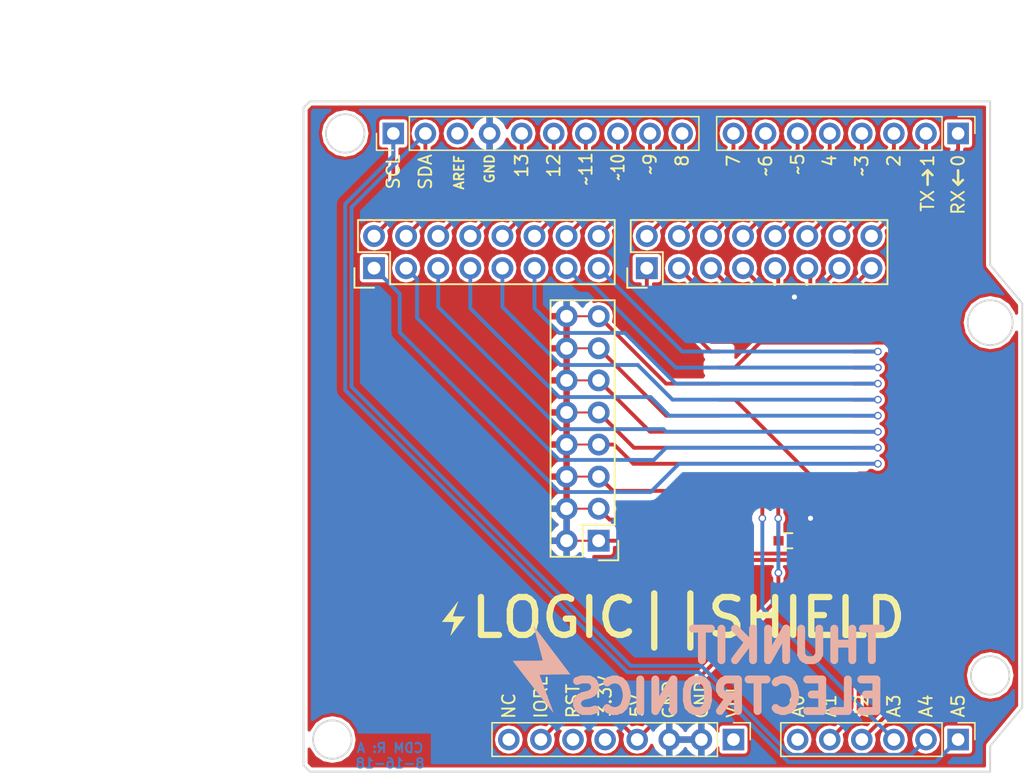
<source format=kicad_pcb>
(kicad_pcb (version 4) (host pcbnew 4.0.5+dfsg1-4)

  (general
    (links 63)
    (no_connects 0)
    (area 101.751001 64.356 182.955001 127.413733)
    (thickness 1.6)
    (drawings 59)
    (tracks 188)
    (zones 0)
    (modules 12)
    (nets 52)
  )

  (page A4)
  (title_block
    (title "MAKIT-THT Soldering Kit")
    (date 2018-05-13)
    (rev B)
    (company "Thunkit Electronics")
  )

  (layers
    (0 F.Cu signal)
    (31 B.Cu signal)
    (32 B.Adhes user)
    (33 F.Adhes user)
    (34 B.Paste user)
    (35 F.Paste user)
    (36 B.SilkS user)
    (37 F.SilkS user)
    (38 B.Mask user)
    (39 F.Mask user)
    (40 Dwgs.User user)
    (41 Cmts.User user)
    (42 Eco1.User user)
    (43 Eco2.User user)
    (44 Edge.Cuts user)
    (45 Margin user)
    (46 B.CrtYd user)
    (47 F.CrtYd user)
    (48 B.Fab user hide)
    (49 F.Fab user hide)
  )

  (setup
    (last_trace_width 0.1524)
    (user_trace_width 0.3048)
    (trace_clearance 0.1524)
    (zone_clearance 0.254)
    (zone_45_only yes)
    (trace_min 0.1524)
    (segment_width 0.2)
    (edge_width 0.15)
    (via_size 0.6)
    (via_drill 0.4)
    (via_min_size 0.4)
    (via_min_drill 0.3)
    (uvia_size 0.3)
    (uvia_drill 0.1)
    (uvias_allowed no)
    (uvia_min_size 0)
    (uvia_min_drill 0)
    (pcb_text_width 0.3)
    (pcb_text_size 1.5 1.5)
    (mod_edge_width 0.15)
    (mod_text_size 1 1)
    (mod_text_width 0.15)
    (pad_size 0.6 0.6)
    (pad_drill 0.4)
    (pad_to_mask_clearance 0.0508)
    (aux_axis_origin 0 0)
    (visible_elements FFFFFF7F)
    (pcbplotparams
      (layerselection 0x010f0_80000001)
      (usegerberextensions true)
      (excludeedgelayer true)
      (linewidth 0.100000)
      (plotframeref false)
      (viasonmask false)
      (mode 1)
      (useauxorigin false)
      (hpglpennumber 1)
      (hpglpenspeed 20)
      (hpglpendiameter 15)
      (hpglpenoverlay 2)
      (psnegative false)
      (psa4output false)
      (plotreference true)
      (plotvalue true)
      (plotinvisibletext false)
      (padsonsilk false)
      (subtractmaskfromsilk false)
      (outputformat 1)
      (mirror false)
      (drillshape 0)
      (scaleselection 1)
      (outputdirectory "LOGIC SHIELD REV A"))
  )

  (net 0 "")
  (net 1 VIN)
  (net 2 GND)
  (net 3 +5V)
  (net 4 RST)
  (net 5 PC5)
  (net 6 PC4)
  (net 7 PC3)
  (net 8 PC2)
  (net 9 PC1)
  (net 10 PC0)
  (net 11 PB0)
  (net 12 PB1)
  (net 13 PB2)
  (net 14 PB3)
  (net 15 PB4)
  (net 16 PB5)
  (net 17 AREF)
  (net 18 PD0)
  (net 19 PD1)
  (net 20 PD2)
  (net 21 PD3)
  (net 22 PD4)
  (net 23 PD6)
  (net 24 PD7)
  (net 25 PD5)
  (net 26 "Net-(P3-Pad8)")
  (net 27 +3V3)
  (net 28 "Net-(P2-Pad1)")
  (net 29 "Net-(P2-Pad3)")
  (net 30 "Net-(P2-Pad5)")
  (net 31 "Net-(P2-Pad7)")
  (net 32 "Net-(P7-Pad1)")
  (net 33 "Net-(P7-Pad3)")
  (net 34 "Net-(P7-Pad5)")
  (net 35 "Net-(P7-Pad7)")
  (net 36 "Net-(P7-Pad9)")
  (net 37 "Net-(P7-Pad11)")
  (net 38 "Net-(P7-Pad13)")
  (net 39 "Net-(P7-Pad15)")
  (net 40 "Net-(P2-Pad9)")
  (net 41 "Net-(P2-Pad11)")
  (net 42 "Net-(P2-Pad13)")
  (net 43 "Net-(P2-Pad15)")
  (net 44 "Net-(P1-Pad1)")
  (net 45 "Net-(P1-Pad3)")
  (net 46 "Net-(P1-Pad5)")
  (net 47 "Net-(P1-Pad7)")
  (net 48 "Net-(P1-Pad9)")
  (net 49 "Net-(P1-Pad11)")
  (net 50 "Net-(P1-Pad13)")
  (net 51 "Net-(P1-Pad15)")

  (net_class Default "This is the default net class."
    (clearance 0.1524)
    (trace_width 0.1524)
    (via_dia 0.6)
    (via_drill 0.4)
    (uvia_dia 0.3)
    (uvia_drill 0.1)
    (add_net +3V3)
    (add_net +5V)
    (add_net AREF)
    (add_net GND)
    (add_net "Net-(P1-Pad1)")
    (add_net "Net-(P1-Pad11)")
    (add_net "Net-(P1-Pad13)")
    (add_net "Net-(P1-Pad15)")
    (add_net "Net-(P1-Pad3)")
    (add_net "Net-(P1-Pad5)")
    (add_net "Net-(P1-Pad7)")
    (add_net "Net-(P1-Pad9)")
    (add_net "Net-(P2-Pad1)")
    (add_net "Net-(P2-Pad11)")
    (add_net "Net-(P2-Pad13)")
    (add_net "Net-(P2-Pad15)")
    (add_net "Net-(P2-Pad3)")
    (add_net "Net-(P2-Pad5)")
    (add_net "Net-(P2-Pad7)")
    (add_net "Net-(P2-Pad9)")
    (add_net "Net-(P3-Pad8)")
    (add_net "Net-(P7-Pad1)")
    (add_net "Net-(P7-Pad11)")
    (add_net "Net-(P7-Pad13)")
    (add_net "Net-(P7-Pad15)")
    (add_net "Net-(P7-Pad3)")
    (add_net "Net-(P7-Pad5)")
    (add_net "Net-(P7-Pad7)")
    (add_net "Net-(P7-Pad9)")
    (add_net "Net-(U1-Pad1)")
    (add_net "Net-(U1-Pad30)")
    (add_net PB0)
    (add_net PB1)
    (add_net PB2)
    (add_net PB3)
    (add_net PB4)
    (add_net PB5)
    (add_net PC0)
    (add_net PC1)
    (add_net PC2)
    (add_net PC3)
    (add_net PC4)
    (add_net PC5)
    (add_net PD0)
    (add_net PD1)
    (add_net PD2)
    (add_net PD3)
    (add_net PD4)
    (add_net PD5)
    (add_net PD6)
    (add_net PD7)
    (add_net RST)
    (add_net VIN)
  )

  (module "MOD:GND VIA" (layer F.Cu) (tedit 5BC566B5) (tstamp 5BC705E4)
    (at 166.116 103.632)
    (fp_text reference "" (at 0 0) (layer F.SilkS)
      (effects (font (thickness 0.15)))
    )
    (fp_text value "" (at 0 0) (layer F.SilkS)
      (effects (font (thickness 0.15)))
    )
    (pad 1 thru_hole circle (at 0 1.27) (size 0.6 0.6) (drill 0.4) (layers *.Cu)
      (net 2 GND) (zone_connect 2))
  )

  (module Pin_Headers:Pin_Header_Straight_2x08 (layer F.Cu) (tedit 5BC55869) (tstamp 5BC5E5A4)
    (at 153.162 85.09 90)
    (descr "Through hole pin header")
    (tags "pin header")
    (path /5BC56572)
    (fp_text reference P1 (at 0 -5.1 90) (layer F.SilkS) hide
      (effects (font (size 1 1) (thickness 0.15)))
    )
    (fp_text value CONN_02X08 (at 0 -3.1 90) (layer F.Fab)
      (effects (font (size 1 1) (thickness 0.15)))
    )
    (fp_line (start -1.75 -1.75) (end -1.75 19.55) (layer F.CrtYd) (width 0.05))
    (fp_line (start 4.3 -1.75) (end 4.3 19.55) (layer F.CrtYd) (width 0.05))
    (fp_line (start -1.75 -1.75) (end 4.3 -1.75) (layer F.CrtYd) (width 0.05))
    (fp_line (start -1.75 19.55) (end 4.3 19.55) (layer F.CrtYd) (width 0.05))
    (fp_line (start 3.81 19.05) (end 3.81 -1.27) (layer F.SilkS) (width 0.15))
    (fp_line (start -1.27 1.27) (end -1.27 19.05) (layer F.SilkS) (width 0.15))
    (fp_line (start 3.81 19.05) (end -1.27 19.05) (layer F.SilkS) (width 0.15))
    (fp_line (start 3.81 -1.27) (end 1.27 -1.27) (layer F.SilkS) (width 0.15))
    (fp_line (start 0 -1.55) (end -1.55 -1.55) (layer F.SilkS) (width 0.15))
    (fp_line (start 1.27 -1.27) (end 1.27 1.27) (layer F.SilkS) (width 0.15))
    (fp_line (start 1.27 1.27) (end -1.27 1.27) (layer F.SilkS) (width 0.15))
    (fp_line (start -1.55 -1.55) (end -1.55 0) (layer F.SilkS) (width 0.15))
    (pad 1 thru_hole rect (at 0 0 90) (size 1.7272 1.7272) (drill 1.016) (layers *.Cu *.Mask)
      (net 44 "Net-(P1-Pad1)"))
    (pad 2 thru_hole oval (at 2.54 0 90) (size 1.7272 1.7272) (drill 1.016) (layers *.Cu *.Mask)
      (net 24 PD7))
    (pad 3 thru_hole oval (at 0 2.54 90) (size 1.7272 1.7272) (drill 1.016) (layers *.Cu *.Mask)
      (net 45 "Net-(P1-Pad3)"))
    (pad 4 thru_hole oval (at 2.54 2.54 90) (size 1.7272 1.7272) (drill 1.016) (layers *.Cu *.Mask)
      (net 23 PD6))
    (pad 5 thru_hole oval (at 0 5.08 90) (size 1.7272 1.7272) (drill 1.016) (layers *.Cu *.Mask)
      (net 46 "Net-(P1-Pad5)"))
    (pad 6 thru_hole oval (at 2.54 5.08 90) (size 1.7272 1.7272) (drill 1.016) (layers *.Cu *.Mask)
      (net 25 PD5))
    (pad 7 thru_hole oval (at 0 7.62 90) (size 1.7272 1.7272) (drill 1.016) (layers *.Cu *.Mask)
      (net 47 "Net-(P1-Pad7)"))
    (pad 8 thru_hole oval (at 2.54 7.62 90) (size 1.7272 1.7272) (drill 1.016) (layers *.Cu *.Mask)
      (net 22 PD4))
    (pad 9 thru_hole oval (at 0 10.16 90) (size 1.7272 1.7272) (drill 1.016) (layers *.Cu *.Mask)
      (net 48 "Net-(P1-Pad9)"))
    (pad 10 thru_hole oval (at 2.54 10.16 90) (size 1.7272 1.7272) (drill 1.016) (layers *.Cu *.Mask)
      (net 21 PD3))
    (pad 11 thru_hole oval (at 0 12.7 90) (size 1.7272 1.7272) (drill 1.016) (layers *.Cu *.Mask)
      (net 49 "Net-(P1-Pad11)"))
    (pad 12 thru_hole oval (at 2.54 12.7 90) (size 1.7272 1.7272) (drill 1.016) (layers *.Cu *.Mask)
      (net 20 PD2))
    (pad 13 thru_hole oval (at 0 15.24 90) (size 1.7272 1.7272) (drill 1.016) (layers *.Cu *.Mask)
      (net 50 "Net-(P1-Pad13)"))
    (pad 14 thru_hole oval (at 2.54 15.24 90) (size 1.7272 1.7272) (drill 1.016) (layers *.Cu *.Mask)
      (net 19 PD1))
    (pad 15 thru_hole oval (at 0 17.78 90) (size 1.7272 1.7272) (drill 1.016) (layers *.Cu *.Mask)
      (net 51 "Net-(P1-Pad15)"))
    (pad 16 thru_hole oval (at 2.54 17.78 90) (size 1.7272 1.7272) (drill 1.016) (layers *.Cu *.Mask)
      (net 18 PD0))
    (model Pin_Headers.3dshapes/Pin_Header_Straight_2x08.wrl
      (at (xyz 0.05 -0.35 0))
      (scale (xyz 1 1 1))
      (rotate (xyz 0 0 90))
    )
  )

  (module Pin_Headers:Pin_Header_Straight_1x06_Pitch2.54mm (layer F.Cu) (tedit 5AB9CB24) (tstamp 5AB9C6F8)
    (at 177.8 122.428 270)
    (descr "Through hole straight pin header, 1x06, 2.54mm pitch, single row")
    (tags "Through hole pin header THT 1x06 2.54mm single row")
    (path /5AB9B419)
    (fp_text reference P4 (at 0 -2.33 270) (layer F.SilkS) hide
      (effects (font (size 1 1) (thickness 0.15)))
    )
    (fp_text value CONN_01X06 (at 0 15.03 270) (layer F.Fab)
      (effects (font (size 1 1) (thickness 0.15)))
    )
    (fp_line (start -0.635 -1.27) (end 1.27 -1.27) (layer F.Fab) (width 0.1))
    (fp_line (start 1.27 -1.27) (end 1.27 13.97) (layer F.Fab) (width 0.1))
    (fp_line (start 1.27 13.97) (end -1.27 13.97) (layer F.Fab) (width 0.1))
    (fp_line (start -1.27 13.97) (end -1.27 -0.635) (layer F.Fab) (width 0.1))
    (fp_line (start -1.27 -0.635) (end -0.635 -1.27) (layer F.Fab) (width 0.1))
    (fp_line (start -1.33 14.03) (end 1.33 14.03) (layer F.SilkS) (width 0.12))
    (fp_line (start -1.33 1.27) (end -1.33 14.03) (layer F.SilkS) (width 0.12))
    (fp_line (start 1.33 1.27) (end 1.33 14.03) (layer F.SilkS) (width 0.12))
    (fp_line (start -1.33 1.27) (end 1.33 1.27) (layer F.SilkS) (width 0.12))
    (fp_line (start -1.33 0) (end -1.33 -1.33) (layer F.SilkS) (width 0.12))
    (fp_line (start -1.33 -1.33) (end 0 -1.33) (layer F.SilkS) (width 0.12))
    (fp_line (start -1.8 -1.8) (end -1.8 14.5) (layer F.CrtYd) (width 0.05))
    (fp_line (start -1.8 14.5) (end 1.8 14.5) (layer F.CrtYd) (width 0.05))
    (fp_line (start 1.8 14.5) (end 1.8 -1.8) (layer F.CrtYd) (width 0.05))
    (fp_line (start 1.8 -1.8) (end -1.8 -1.8) (layer F.CrtYd) (width 0.05))
    (fp_text user %R (at 0 6.35 360) (layer F.Fab)
      (effects (font (size 1 1) (thickness 0.15)))
    )
    (pad 1 thru_hole rect (at 0 0 270) (size 1.7 1.7) (drill 1) (layers *.Cu *.Mask)
      (net 5 PC5))
    (pad 2 thru_hole oval (at 0 2.54 270) (size 1.7 1.7) (drill 1) (layers *.Cu *.Mask)
      (net 6 PC4))
    (pad 3 thru_hole oval (at 0 5.08 270) (size 1.7 1.7) (drill 1) (layers *.Cu *.Mask)
      (net 7 PC3))
    (pad 4 thru_hole oval (at 0 7.62 270) (size 1.7 1.7) (drill 1) (layers *.Cu *.Mask)
      (net 8 PC2))
    (pad 5 thru_hole oval (at 0 10.16 270) (size 1.7 1.7) (drill 1) (layers *.Cu *.Mask)
      (net 9 PC1))
    (pad 6 thru_hole oval (at 0 12.7 270) (size 1.7 1.7) (drill 1) (layers *.Cu *.Mask)
      (net 10 PC0))
    (model ${KISYS3DMOD}/Pin_Headers.3dshapes/Pin_Header_Straight_1x06_Pitch2.54mm.wrl
      (at (xyz 0 0 0))
      (scale (xyz 1 1 1))
      (rotate (xyz 0 0 0))
    )
  )

  (module Pin_Headers:Pin_Header_Straight_1x08_Pitch2.54mm (layer F.Cu) (tedit 5AB9CB0D) (tstamp 5AB9C710)
    (at 177.8 74.422 270)
    (descr "Through hole straight pin header, 1x08, 2.54mm pitch, single row")
    (tags "Through hole pin header THT 1x08 2.54mm single row")
    (path /5AB9B3DD)
    (fp_text reference P6 (at 0 -2.33 270) (layer F.SilkS) hide
      (effects (font (size 1 1) (thickness 0.15)))
    )
    (fp_text value CONN_01X08 (at 0 20.11 270) (layer F.Fab)
      (effects (font (size 1 1) (thickness 0.15)))
    )
    (fp_line (start -0.635 -1.27) (end 1.27 -1.27) (layer F.Fab) (width 0.1))
    (fp_line (start 1.27 -1.27) (end 1.27 19.05) (layer F.Fab) (width 0.1))
    (fp_line (start 1.27 19.05) (end -1.27 19.05) (layer F.Fab) (width 0.1))
    (fp_line (start -1.27 19.05) (end -1.27 -0.635) (layer F.Fab) (width 0.1))
    (fp_line (start -1.27 -0.635) (end -0.635 -1.27) (layer F.Fab) (width 0.1))
    (fp_line (start -1.33 19.11) (end 1.33 19.11) (layer F.SilkS) (width 0.12))
    (fp_line (start -1.33 1.27) (end -1.33 19.11) (layer F.SilkS) (width 0.12))
    (fp_line (start 1.33 1.27) (end 1.33 19.11) (layer F.SilkS) (width 0.12))
    (fp_line (start -1.33 1.27) (end 1.33 1.27) (layer F.SilkS) (width 0.12))
    (fp_line (start -1.33 0) (end -1.33 -1.33) (layer F.SilkS) (width 0.12))
    (fp_line (start -1.33 -1.33) (end 0 -1.33) (layer F.SilkS) (width 0.12))
    (fp_line (start -1.8 -1.8) (end -1.8 19.55) (layer F.CrtYd) (width 0.05))
    (fp_line (start -1.8 19.55) (end 1.8 19.55) (layer F.CrtYd) (width 0.05))
    (fp_line (start 1.8 19.55) (end 1.8 -1.8) (layer F.CrtYd) (width 0.05))
    (fp_line (start 1.8 -1.8) (end -1.8 -1.8) (layer F.CrtYd) (width 0.05))
    (fp_text user %R (at 0 8.89 360) (layer F.Fab)
      (effects (font (size 1 1) (thickness 0.15)))
    )
    (pad 1 thru_hole rect (at 0 0 270) (size 1.7 1.7) (drill 1) (layers *.Cu *.Mask)
      (net 18 PD0))
    (pad 2 thru_hole oval (at 0 2.54 270) (size 1.7 1.7) (drill 1) (layers *.Cu *.Mask)
      (net 19 PD1))
    (pad 3 thru_hole oval (at 0 5.08 270) (size 1.7 1.7) (drill 1) (layers *.Cu *.Mask)
      (net 20 PD2))
    (pad 4 thru_hole oval (at 0 7.62 270) (size 1.7 1.7) (drill 1) (layers *.Cu *.Mask)
      (net 21 PD3))
    (pad 5 thru_hole oval (at 0 10.16 270) (size 1.7 1.7) (drill 1) (layers *.Cu *.Mask)
      (net 22 PD4))
    (pad 6 thru_hole oval (at 0 12.7 270) (size 1.7 1.7) (drill 1) (layers *.Cu *.Mask)
      (net 25 PD5))
    (pad 7 thru_hole oval (at 0 15.24 270) (size 1.7 1.7) (drill 1) (layers *.Cu *.Mask)
      (net 23 PD6))
    (pad 8 thru_hole oval (at 0 17.78 270) (size 1.7 1.7) (drill 1) (layers *.Cu *.Mask)
      (net 24 PD7))
    (model ${KISYS3DMOD}/Pin_Headers.3dshapes/Pin_Header_Straight_1x08_Pitch2.54mm.wrl
      (at (xyz 0 0 0))
      (scale (xyz 1 1 1))
      (rotate (xyz 0 0 0))
    )
  )

  (module Pin_Headers:Pin_Header_Straight_1x08_Pitch2.54mm (layer F.Cu) (tedit 5AB9D2BD) (tstamp 5AB9D37B)
    (at 160.02 122.428 270)
    (descr "Through hole straight pin header, 1x08, 2.54mm pitch, single row")
    (tags "Through hole pin header THT 1x08 2.54mm single row")
    (path /5ABA48F2)
    (fp_text reference P3 (at 0 -2.33 270) (layer F.SilkS) hide
      (effects (font (size 1 1) (thickness 0.15)))
    )
    (fp_text value CONN_01X08 (at 0 20.11 270) (layer F.Fab)
      (effects (font (size 1 1) (thickness 0.15)))
    )
    (fp_line (start -0.635 -1.27) (end 1.27 -1.27) (layer F.Fab) (width 0.1))
    (fp_line (start 1.27 -1.27) (end 1.27 19.05) (layer F.Fab) (width 0.1))
    (fp_line (start 1.27 19.05) (end -1.27 19.05) (layer F.Fab) (width 0.1))
    (fp_line (start -1.27 19.05) (end -1.27 -0.635) (layer F.Fab) (width 0.1))
    (fp_line (start -1.27 -0.635) (end -0.635 -1.27) (layer F.Fab) (width 0.1))
    (fp_line (start -1.33 19.11) (end 1.33 19.11) (layer F.SilkS) (width 0.12))
    (fp_line (start -1.33 1.27) (end -1.33 19.11) (layer F.SilkS) (width 0.12))
    (fp_line (start 1.33 1.27) (end 1.33 19.11) (layer F.SilkS) (width 0.12))
    (fp_line (start -1.33 1.27) (end 1.33 1.27) (layer F.SilkS) (width 0.12))
    (fp_line (start -1.33 0) (end -1.33 -1.33) (layer F.SilkS) (width 0.12))
    (fp_line (start -1.33 -1.33) (end 0 -1.33) (layer F.SilkS) (width 0.12))
    (fp_line (start -1.8 -1.8) (end -1.8 19.55) (layer F.CrtYd) (width 0.05))
    (fp_line (start -1.8 19.55) (end 1.8 19.55) (layer F.CrtYd) (width 0.05))
    (fp_line (start 1.8 19.55) (end 1.8 -1.8) (layer F.CrtYd) (width 0.05))
    (fp_line (start 1.8 -1.8) (end -1.8 -1.8) (layer F.CrtYd) (width 0.05))
    (fp_text user %R (at 0 8.89 360) (layer F.Fab)
      (effects (font (size 1 1) (thickness 0.15)))
    )
    (pad 1 thru_hole rect (at 0 0 270) (size 1.7 1.7) (drill 1) (layers *.Cu *.Mask)
      (net 1 VIN))
    (pad 2 thru_hole oval (at 0 2.54 270) (size 1.7 1.7) (drill 1) (layers *.Cu *.Mask)
      (net 2 GND))
    (pad 3 thru_hole oval (at 0 5.08 270) (size 1.7 1.7) (drill 1) (layers *.Cu *.Mask)
      (net 2 GND))
    (pad 4 thru_hole oval (at 0 7.62 270) (size 1.7 1.7) (drill 1) (layers *.Cu *.Mask)
      (net 3 +5V))
    (pad 5 thru_hole oval (at 0 10.16 270) (size 1.7 1.7) (drill 1) (layers *.Cu *.Mask)
      (net 27 +3V3))
    (pad 6 thru_hole oval (at 0 12.7 270) (size 1.7 1.7) (drill 1) (layers *.Cu *.Mask)
      (net 4 RST))
    (pad 7 thru_hole oval (at 0 15.24 270) (size 1.7 1.7) (drill 1) (layers *.Cu *.Mask)
      (net 3 +5V))
    (pad 8 thru_hole oval (at 0 17.78 270) (size 1.7 1.7) (drill 1) (layers *.Cu *.Mask)
      (net 26 "Net-(P3-Pad8)"))
    (model ${KISYS3DMOD}/Pin_Headers.3dshapes/Pin_Header_Straight_1x08_Pitch2.54mm.wrl
      (at (xyz 0 0 0))
      (scale (xyz 1 1 1))
      (rotate (xyz 0 0 0))
    )
  )

  (module MOD:lightning (layer F.Cu) (tedit 0) (tstamp 5ABC36E1)
    (at 137.922 112.776)
    (fp_text reference G*** (at 0 0) (layer F.SilkS) hide
      (effects (font (thickness 0.3)))
    )
    (fp_text value LOGO (at 0.75 0) (layer F.SilkS) hide
      (effects (font (thickness 0.3)))
    )
    (fp_poly (pts (xy 0.314354 -1.28972) (xy 0.304217 -1.261534) (xy 0.287787 -1.218017) (xy 0.262911 -1.15128)
      (xy 0.231172 -1.065639) (xy 0.194152 -0.965409) (xy 0.153436 -0.854904) (xy 0.110605 -0.738441)
      (xy 0.067244 -0.620333) (xy 0.024936 -0.504897) (xy -0.014736 -0.396447) (xy -0.050189 -0.299299)
      (xy -0.079839 -0.217767) (xy -0.102104 -0.156168) (xy -0.1154 -0.118815) (xy -0.118533 -0.109316)
      (xy -0.102305 -0.107325) (xy -0.056437 -0.105235) (xy 0.014844 -0.103147) (xy 0.10731 -0.101162)
      (xy 0.216736 -0.099383) (xy 0.338895 -0.09791) (xy 0.368591 -0.097623) (xy 0.855716 -0.093133)
      (xy 0.294305 0.649173) (xy 0.188629 0.788761) (xy 0.088696 0.920499) (xy -0.003562 1.041856)
      (xy -0.086213 1.150304) (xy -0.157324 1.243314) (xy -0.214964 1.318356) (xy -0.2572 1.372901)
      (xy -0.2821 1.40442) (xy -0.287856 1.411173) (xy -0.30193 1.419999) (xy -0.299939 1.401084)
      (xy -0.298786 1.397) (xy -0.288287 1.359649) (xy -0.271246 1.297666) (xy -0.248936 1.2158)
      (xy -0.222636 1.118801) (xy -0.193622 1.011418) (xy -0.163169 0.8984) (xy -0.132555 0.784498)
      (xy -0.103056 0.674459) (xy -0.075947 0.573034) (xy -0.052507 0.484973) (xy -0.03401 0.415023)
      (xy -0.021734 0.367936) (xy -0.016954 0.34846) (xy -0.016934 0.348256) (xy -0.033153 0.345773)
      (xy -0.078954 0.343529) (xy -0.150053 0.34161) (xy -0.242165 0.340104) (xy -0.351007 0.339096)
      (xy -0.472294 0.338674) (xy -0.491067 0.338666) (xy -0.613834 0.338377) (xy -0.72479 0.33756)
      (xy -0.819653 0.336292) (xy -0.894136 0.334649) (xy -0.943957 0.332707) (xy -0.964831 0.330544)
      (xy -0.9652 0.330209) (xy -0.955097 0.315927) (xy -0.926253 0.27784) (xy -0.880867 0.218757)
      (xy -0.821139 0.141491) (xy -0.749266 0.048852) (xy -0.667449 -0.056347) (xy -0.577885 -0.171296)
      (xy -0.482774 -0.293183) (xy -0.384315 -0.419197) (xy -0.284706 -0.546527) (xy -0.186147 -0.672361)
      (xy -0.090836 -0.793888) (xy -0.000972 -0.908298) (xy 0.081246 -1.012777) (xy 0.153618 -1.104516)
      (xy 0.213947 -1.180702) (xy 0.260033 -1.238525) (xy 0.289678 -1.275174) (xy 0.299666 -1.286933)
      (xy 0.31437 -1.300123) (xy 0.314354 -1.28972)) (layer F.SilkS) (width 0.01))
  )

  (module Pin_Headers:Pin_Header_Straight_1x10_Pitch2.54mm (layer F.Cu) (tedit 5AD3BBF7) (tstamp 5AD3BCE1)
    (at 133.096 74.422 90)
    (descr "Through hole straight pin header, 1x10, 2.54mm pitch, single row")
    (tags "Through hole pin header THT 1x10 2.54mm single row")
    (path /5AD3BE97)
    (fp_text reference P5 (at 0 -2.33 90) (layer F.SilkS) hide
      (effects (font (size 1 1) (thickness 0.15)))
    )
    (fp_text value CONN_01X10 (at 0 25.19 90) (layer F.Fab)
      (effects (font (size 1 1) (thickness 0.15)))
    )
    (fp_line (start -0.635 -1.27) (end 1.27 -1.27) (layer F.Fab) (width 0.1))
    (fp_line (start 1.27 -1.27) (end 1.27 24.13) (layer F.Fab) (width 0.1))
    (fp_line (start 1.27 24.13) (end -1.27 24.13) (layer F.Fab) (width 0.1))
    (fp_line (start -1.27 24.13) (end -1.27 -0.635) (layer F.Fab) (width 0.1))
    (fp_line (start -1.27 -0.635) (end -0.635 -1.27) (layer F.Fab) (width 0.1))
    (fp_line (start -1.33 24.19) (end 1.33 24.19) (layer F.SilkS) (width 0.12))
    (fp_line (start -1.33 1.27) (end -1.33 24.19) (layer F.SilkS) (width 0.12))
    (fp_line (start 1.33 1.27) (end 1.33 24.19) (layer F.SilkS) (width 0.12))
    (fp_line (start -1.33 1.27) (end 1.33 1.27) (layer F.SilkS) (width 0.12))
    (fp_line (start -1.33 0) (end -1.33 -1.33) (layer F.SilkS) (width 0.12))
    (fp_line (start -1.33 -1.33) (end 0 -1.33) (layer F.SilkS) (width 0.12))
    (fp_line (start -1.8 -1.8) (end -1.8 24.65) (layer F.CrtYd) (width 0.05))
    (fp_line (start -1.8 24.65) (end 1.8 24.65) (layer F.CrtYd) (width 0.05))
    (fp_line (start 1.8 24.65) (end 1.8 -1.8) (layer F.CrtYd) (width 0.05))
    (fp_line (start 1.8 -1.8) (end -1.8 -1.8) (layer F.CrtYd) (width 0.05))
    (fp_text user %R (at 0 11.43 180) (layer F.Fab)
      (effects (font (size 1 1) (thickness 0.15)))
    )
    (pad 1 thru_hole rect (at 0 0 90) (size 1.7 1.7) (drill 1) (layers *.Cu *.Mask)
      (net 5 PC5))
    (pad 2 thru_hole oval (at 0 2.54 90) (size 1.7 1.7) (drill 1) (layers *.Cu *.Mask)
      (net 6 PC4))
    (pad 3 thru_hole oval (at 0 5.08 90) (size 1.7 1.7) (drill 1) (layers *.Cu *.Mask)
      (net 17 AREF))
    (pad 4 thru_hole oval (at 0 7.62 90) (size 1.7 1.7) (drill 1) (layers *.Cu *.Mask)
      (net 2 GND))
    (pad 5 thru_hole oval (at 0 10.16 90) (size 1.7 1.7) (drill 1) (layers *.Cu *.Mask)
      (net 16 PB5))
    (pad 6 thru_hole oval (at 0 12.7 90) (size 1.7 1.7) (drill 1) (layers *.Cu *.Mask)
      (net 15 PB4))
    (pad 7 thru_hole oval (at 0 15.24 90) (size 1.7 1.7) (drill 1) (layers *.Cu *.Mask)
      (net 14 PB3))
    (pad 8 thru_hole oval (at 0 17.78 90) (size 1.7 1.7) (drill 1) (layers *.Cu *.Mask)
      (net 13 PB2))
    (pad 9 thru_hole oval (at 0 20.32 90) (size 1.7 1.7) (drill 1) (layers *.Cu *.Mask)
      (net 12 PB1))
    (pad 10 thru_hole oval (at 0 22.86 90) (size 1.7 1.7) (drill 1) (layers *.Cu *.Mask)
      (net 11 PB0))
    (model ${KISYS3DMOD}/Pin_Headers.3dshapes/Pin_Header_Straight_1x10_Pitch2.54mm.wrl
      (at (xyz 0 0 0))
      (scale (xyz 1 1 1))
      (rotate (xyz 0 0 0))
    )
  )

  (module MOD:lightning3 (layer B.Cu) (tedit 0) (tstamp 5BBC19D0)
    (at 144.9705 117.0305)
    (fp_text reference G*** (at 0 0) (layer B.SilkS) hide
      (effects (font (thickness 0.3)) (justify mirror))
    )
    (fp_text value LOGO (at 0.75 0) (layer B.SilkS) hide
      (effects (font (thickness 0.3)) (justify mirror))
    )
    (fp_poly (pts (xy 0.785884 3.2243) (xy 0.760542 3.153833) (xy 0.719468 3.045041) (xy 0.657278 2.8782)
      (xy 0.57793 2.664097) (xy 0.485381 2.413522) (xy 0.383589 2.13726) (xy 0.276513 1.846101)
      (xy 0.168111 1.550833) (xy 0.062341 1.262242) (xy -0.036839 0.991118) (xy -0.125471 0.748247)
      (xy -0.199597 0.544418) (xy -0.255259 0.390419) (xy -0.288499 0.297037) (xy -0.296333 0.273291)
      (xy -0.255762 0.268313) (xy -0.141092 0.263087) (xy 0.037109 0.257867) (xy 0.268276 0.252905)
      (xy 0.541841 0.248456) (xy 0.847237 0.244774) (xy 0.921478 0.244056) (xy 2.13929 0.232833)
      (xy 0.735762 -1.622933) (xy 0.471573 -1.971903) (xy 0.221741 -2.301247) (xy -0.008904 -2.60464)
      (xy -0.215532 -2.87576) (xy -0.393311 -3.108284) (xy -0.53741 -3.295889) (xy -0.643 -3.432253)
      (xy -0.70525 -3.511051) (xy -0.719641 -3.527933) (xy -0.754824 -3.549997) (xy -0.749848 -3.50271)
      (xy -0.746964 -3.4925) (xy -0.720718 -3.399123) (xy -0.678114 -3.244165) (xy -0.622341 -3.039501)
      (xy -0.556591 -2.797003) (xy -0.484054 -2.528545) (xy -0.407923 -2.246001) (xy -0.331387 -1.961244)
      (xy -0.257639 -1.686148) (xy -0.189868 -1.432586) (xy -0.131266 -1.212432) (xy -0.085025 -1.037559)
      (xy -0.054334 -0.919841) (xy -0.042386 -0.871151) (xy -0.042333 -0.870641) (xy -0.082881 -0.864433)
      (xy -0.197384 -0.858823) (xy -0.375132 -0.854026) (xy -0.605413 -0.85026) (xy -0.877518 -0.847741)
      (xy -1.180735 -0.846685) (xy -1.227667 -0.846667) (xy -1.534584 -0.845943) (xy -1.811976 -0.843901)
      (xy -2.049132 -0.84073) (xy -2.235341 -0.836623) (xy -2.359893 -0.831769) (xy -2.412076 -0.82636)
      (xy -2.413 -0.825523) (xy -2.387742 -0.789819) (xy -2.315632 -0.694599) (xy -2.202168 -0.546893)
      (xy -2.052847 -0.353727) (xy -1.873166 -0.122131) (xy -1.668622 0.140867) (xy -1.444713 0.428239)
      (xy -1.206936 0.732957) (xy -0.960788 1.047992) (xy -0.711766 1.366317) (xy -0.465367 1.680903)
      (xy -0.22709 1.984721) (xy -0.00243 2.270744) (xy 0.203114 2.531942) (xy 0.384046 2.761289)
      (xy 0.534868 2.951756) (xy 0.650083 3.096313) (xy 0.724195 3.187934) (xy 0.749164 3.217333)
      (xy 0.785926 3.250308) (xy 0.785884 3.2243)) (layer B.SilkS) (width 0.01))
  )

  (module Capacitors_SMD:C_0603 (layer F.Cu) (tedit 5BC5524F) (tstamp 5BC55593)
    (at 164.338 106.68 180)
    (descr "Capacitor SMD 0603, reflow soldering, AVX (see smccp.pdf)")
    (tags "capacitor 0603")
    (path /5BC5541E)
    (attr smd)
    (fp_text reference C1 (at 0 -1.9 180) (layer F.SilkS) hide
      (effects (font (size 1 1) (thickness 0.15)))
    )
    (fp_text value 1uF (at 0 1.9 180) (layer F.Fab)
      (effects (font (size 1 1) (thickness 0.15)))
    )
    (fp_line (start -0.8 0.4) (end -0.8 -0.4) (layer F.Fab) (width 0.15))
    (fp_line (start 0.8 0.4) (end -0.8 0.4) (layer F.Fab) (width 0.15))
    (fp_line (start 0.8 -0.4) (end 0.8 0.4) (layer F.Fab) (width 0.15))
    (fp_line (start -0.8 -0.4) (end 0.8 -0.4) (layer F.Fab) (width 0.15))
    (fp_line (start -1.45 -0.75) (end 1.45 -0.75) (layer F.CrtYd) (width 0.05))
    (fp_line (start -1.45 0.75) (end 1.45 0.75) (layer F.CrtYd) (width 0.05))
    (fp_line (start -1.45 -0.75) (end -1.45 0.75) (layer F.CrtYd) (width 0.05))
    (fp_line (start 1.45 -0.75) (end 1.45 0.75) (layer F.CrtYd) (width 0.05))
    (fp_line (start -0.35 -0.6) (end 0.35 -0.6) (layer F.SilkS) (width 0.15))
    (fp_line (start 0.35 0.6) (end -0.35 0.6) (layer F.SilkS) (width 0.15))
    (pad 1 smd rect (at -0.75 0 180) (size 0.8 0.75) (layers F.Cu F.Paste F.Mask)
      (net 2 GND))
    (pad 2 smd rect (at 0.75 0 180) (size 0.8 0.75) (layers F.Cu F.Paste F.Mask)
      (net 3 +5V))
    (model Capacitors_SMD.3dshapes/C_0603.wrl
      (at (xyz 0 0 0))
      (scale (xyz 1 1 1))
      (rotate (xyz 0 0 0))
    )
  )

  (module Pin_Headers:Pin_Header_Straight_2x08 (layer F.Cu) (tedit 5BC55866) (tstamp 5BC5E5C4)
    (at 149.352 106.68 180)
    (descr "Through hole pin header")
    (tags "pin header")
    (path /5BC5670E)
    (fp_text reference P2 (at 0 -5.1 180) (layer F.SilkS) hide
      (effects (font (size 1 1) (thickness 0.15)))
    )
    (fp_text value CONN_02X08 (at 0 -3.1 180) (layer F.Fab)
      (effects (font (size 1 1) (thickness 0.15)))
    )
    (fp_line (start -1.75 -1.75) (end -1.75 19.55) (layer F.CrtYd) (width 0.05))
    (fp_line (start 4.3 -1.75) (end 4.3 19.55) (layer F.CrtYd) (width 0.05))
    (fp_line (start -1.75 -1.75) (end 4.3 -1.75) (layer F.CrtYd) (width 0.05))
    (fp_line (start -1.75 19.55) (end 4.3 19.55) (layer F.CrtYd) (width 0.05))
    (fp_line (start 3.81 19.05) (end 3.81 -1.27) (layer F.SilkS) (width 0.15))
    (fp_line (start -1.27 1.27) (end -1.27 19.05) (layer F.SilkS) (width 0.15))
    (fp_line (start 3.81 19.05) (end -1.27 19.05) (layer F.SilkS) (width 0.15))
    (fp_line (start 3.81 -1.27) (end 1.27 -1.27) (layer F.SilkS) (width 0.15))
    (fp_line (start 0 -1.55) (end -1.55 -1.55) (layer F.SilkS) (width 0.15))
    (fp_line (start 1.27 -1.27) (end 1.27 1.27) (layer F.SilkS) (width 0.15))
    (fp_line (start 1.27 1.27) (end -1.27 1.27) (layer F.SilkS) (width 0.15))
    (fp_line (start -1.55 -1.55) (end -1.55 0) (layer F.SilkS) (width 0.15))
    (pad 1 thru_hole rect (at 0 0 180) (size 1.7272 1.7272) (drill 1.016) (layers *.Cu *.Mask)
      (net 28 "Net-(P2-Pad1)"))
    (pad 2 thru_hole oval (at 2.54 0 180) (size 1.7272 1.7272) (drill 1.016) (layers *.Cu *.Mask)
      (net 2 GND))
    (pad 3 thru_hole oval (at 0 2.54 180) (size 1.7272 1.7272) (drill 1.016) (layers *.Cu *.Mask)
      (net 29 "Net-(P2-Pad3)"))
    (pad 4 thru_hole oval (at 2.54 2.54 180) (size 1.7272 1.7272) (drill 1.016) (layers *.Cu *.Mask)
      (net 2 GND))
    (pad 5 thru_hole oval (at 0 5.08 180) (size 1.7272 1.7272) (drill 1.016) (layers *.Cu *.Mask)
      (net 30 "Net-(P2-Pad5)"))
    (pad 6 thru_hole oval (at 2.54 5.08 180) (size 1.7272 1.7272) (drill 1.016) (layers *.Cu *.Mask)
      (net 2 GND))
    (pad 7 thru_hole oval (at 0 7.62 180) (size 1.7272 1.7272) (drill 1.016) (layers *.Cu *.Mask)
      (net 31 "Net-(P2-Pad7)"))
    (pad 8 thru_hole oval (at 2.54 7.62 180) (size 1.7272 1.7272) (drill 1.016) (layers *.Cu *.Mask)
      (net 2 GND))
    (pad 9 thru_hole oval (at 0 10.16 180) (size 1.7272 1.7272) (drill 1.016) (layers *.Cu *.Mask)
      (net 40 "Net-(P2-Pad9)"))
    (pad 10 thru_hole oval (at 2.54 10.16 180) (size 1.7272 1.7272) (drill 1.016) (layers *.Cu *.Mask)
      (net 2 GND))
    (pad 11 thru_hole oval (at 0 12.7 180) (size 1.7272 1.7272) (drill 1.016) (layers *.Cu *.Mask)
      (net 41 "Net-(P2-Pad11)"))
    (pad 12 thru_hole oval (at 2.54 12.7 180) (size 1.7272 1.7272) (drill 1.016) (layers *.Cu *.Mask)
      (net 2 GND))
    (pad 13 thru_hole oval (at 0 15.24 180) (size 1.7272 1.7272) (drill 1.016) (layers *.Cu *.Mask)
      (net 42 "Net-(P2-Pad13)"))
    (pad 14 thru_hole oval (at 2.54 15.24 180) (size 1.7272 1.7272) (drill 1.016) (layers *.Cu *.Mask)
      (net 2 GND))
    (pad 15 thru_hole oval (at 0 17.78 180) (size 1.7272 1.7272) (drill 1.016) (layers *.Cu *.Mask)
      (net 43 "Net-(P2-Pad15)"))
    (pad 16 thru_hole oval (at 2.54 17.78 180) (size 1.7272 1.7272) (drill 1.016) (layers *.Cu *.Mask)
      (net 2 GND))
  )

  (module Pin_Headers:Pin_Header_Straight_2x08 (layer F.Cu) (tedit 5BC55863) (tstamp 5BC5E5E4)
    (at 131.572 85.09 90)
    (descr "Through hole pin header")
    (tags "pin header")
    (path /5BC56A43)
    (fp_text reference P7 (at 0 -5.1 90) (layer F.SilkS) hide
      (effects (font (size 1 1) (thickness 0.15)))
    )
    (fp_text value CONN_02X08 (at 0 -3.1 90) (layer F.Fab)
      (effects (font (size 1 1) (thickness 0.15)))
    )
    (fp_line (start -1.75 -1.75) (end -1.75 19.55) (layer F.CrtYd) (width 0.05))
    (fp_line (start 4.3 -1.75) (end 4.3 19.55) (layer F.CrtYd) (width 0.05))
    (fp_line (start -1.75 -1.75) (end 4.3 -1.75) (layer F.CrtYd) (width 0.05))
    (fp_line (start -1.75 19.55) (end 4.3 19.55) (layer F.CrtYd) (width 0.05))
    (fp_line (start 3.81 19.05) (end 3.81 -1.27) (layer F.SilkS) (width 0.15))
    (fp_line (start -1.27 1.27) (end -1.27 19.05) (layer F.SilkS) (width 0.15))
    (fp_line (start 3.81 19.05) (end -1.27 19.05) (layer F.SilkS) (width 0.15))
    (fp_line (start 3.81 -1.27) (end 1.27 -1.27) (layer F.SilkS) (width 0.15))
    (fp_line (start 0 -1.55) (end -1.55 -1.55) (layer F.SilkS) (width 0.15))
    (fp_line (start 1.27 -1.27) (end 1.27 1.27) (layer F.SilkS) (width 0.15))
    (fp_line (start 1.27 1.27) (end -1.27 1.27) (layer F.SilkS) (width 0.15))
    (fp_line (start -1.55 -1.55) (end -1.55 0) (layer F.SilkS) (width 0.15))
    (pad 1 thru_hole rect (at 0 0 90) (size 1.7272 1.7272) (drill 1.016) (layers *.Cu *.Mask)
      (net 32 "Net-(P7-Pad1)"))
    (pad 2 thru_hole oval (at 2.54 0 90) (size 1.7272 1.7272) (drill 1.016) (layers *.Cu *.Mask)
      (net 5 PC5))
    (pad 3 thru_hole oval (at 0 2.54 90) (size 1.7272 1.7272) (drill 1.016) (layers *.Cu *.Mask)
      (net 33 "Net-(P7-Pad3)"))
    (pad 4 thru_hole oval (at 2.54 2.54 90) (size 1.7272 1.7272) (drill 1.016) (layers *.Cu *.Mask)
      (net 6 PC4))
    (pad 5 thru_hole oval (at 0 5.08 90) (size 1.7272 1.7272) (drill 1.016) (layers *.Cu *.Mask)
      (net 34 "Net-(P7-Pad5)"))
    (pad 6 thru_hole oval (at 2.54 5.08 90) (size 1.7272 1.7272) (drill 1.016) (layers *.Cu *.Mask)
      (net 16 PB5))
    (pad 7 thru_hole oval (at 0 7.62 90) (size 1.7272 1.7272) (drill 1.016) (layers *.Cu *.Mask)
      (net 35 "Net-(P7-Pad7)"))
    (pad 8 thru_hole oval (at 2.54 7.62 90) (size 1.7272 1.7272) (drill 1.016) (layers *.Cu *.Mask)
      (net 15 PB4))
    (pad 9 thru_hole oval (at 0 10.16 90) (size 1.7272 1.7272) (drill 1.016) (layers *.Cu *.Mask)
      (net 36 "Net-(P7-Pad9)"))
    (pad 10 thru_hole oval (at 2.54 10.16 90) (size 1.7272 1.7272) (drill 1.016) (layers *.Cu *.Mask)
      (net 14 PB3))
    (pad 11 thru_hole oval (at 0 12.7 90) (size 1.7272 1.7272) (drill 1.016) (layers *.Cu *.Mask)
      (net 37 "Net-(P7-Pad11)"))
    (pad 12 thru_hole oval (at 2.54 12.7 90) (size 1.7272 1.7272) (drill 1.016) (layers *.Cu *.Mask)
      (net 13 PB2))
    (pad 13 thru_hole oval (at 0 15.24 90) (size 1.7272 1.7272) (drill 1.016) (layers *.Cu *.Mask)
      (net 38 "Net-(P7-Pad13)"))
    (pad 14 thru_hole oval (at 2.54 15.24 90) (size 1.7272 1.7272) (drill 1.016) (layers *.Cu *.Mask)
      (net 12 PB1))
    (pad 15 thru_hole oval (at 0 17.78 90) (size 1.7272 1.7272) (drill 1.016) (layers *.Cu *.Mask)
      (net 39 "Net-(P7-Pad15)"))
    (pad 16 thru_hole oval (at 2.54 17.78 90) (size 1.7272 1.7272) (drill 1.016) (layers *.Cu *.Mask)
      (net 11 PB0))
    (model Pin_Headers.3dshapes/Pin_Header_Straight_2x08.wrl
      (at (xyz 0.05 -0.35 0))
      (scale (xyz 1 1 1))
      (rotate (xyz 0 0 90))
    )
  )

  (module "MOD:GND VIA" (layer F.Cu) (tedit 5BC566B5) (tstamp 5BC705D3)
    (at 164.846 86.106)
    (fp_text reference "" (at 0 0) (layer F.SilkS)
      (effects (font (thickness 0.15)))
    )
    (fp_text value "" (at 0 0) (layer F.SilkS)
      (effects (font (thickness 0.15)))
    )
    (pad 1 thru_hole circle (at 0 1.27) (size 0.6 0.6) (drill 0.4) (layers *.Cu)
      (net 2 GND) (zone_connect 2))
  )

  (gr_line (start 126.492 124.968) (end 125.984 124.46) (layer Edge.Cuts) (width 0.15))
  (gr_line (start 126.492 71.882) (end 125.984 72.39) (layer Edge.Cuts) (width 0.15))
  (dimension 53.086 (width 0.3) (layer Eco2.User)
    (gr_text "53.086 mm" (at 108.251 98.425 270) (layer Eco2.User)
      (effects (font (size 1.5 1.5) (thickness 0.3)))
    )
    (feature1 (pts (xy 114.3 124.968) (xy 106.901 124.968)))
    (feature2 (pts (xy 114.3 71.882) (xy 106.901 71.882)))
    (crossbar (pts (xy 109.601 71.882) (xy 109.601 124.968)))
    (arrow1a (pts (xy 109.601 124.968) (xy 109.014579 123.841496)))
    (arrow1b (pts (xy 109.601 124.968) (xy 110.187421 123.841496)))
    (arrow2a (pts (xy 109.601 71.882) (xy 109.014579 73.008504)))
    (arrow2b (pts (xy 109.601 71.882) (xy 110.187421 73.008504)))
  )
  (dimension 56.896 (width 0.3) (layer Eco2.User)
    (gr_text "2.2400 in" (at 154.432 65.706) (layer Eco2.User) (tstamp 5BC5E737)
      (effects (font (size 1.5 1.5) (thickness 0.3)))
    )
    (feature1 (pts (xy 182.88 71.882) (xy 182.88 64.356)))
    (feature2 (pts (xy 125.984 71.882) (xy 125.984 64.356)))
    (crossbar (pts (xy 125.984 67.056) (xy 182.88 67.056)))
    (arrow1a (pts (xy 182.88 67.056) (xy 181.753496 67.642421)))
    (arrow1b (pts (xy 182.88 67.056) (xy 181.753496 66.469579)))
    (arrow2a (pts (xy 125.984 67.056) (xy 127.110504 67.642421)))
    (arrow2b (pts (xy 125.984 67.056) (xy 127.110504 66.469579)))
  )
  (gr_text "THUNKIT\nELECTRONICS" (at 172.339 117.0305) (layer B.SilkS)
    (effects (font (size 2.5 2.5) (thickness 0.625)) (justify left mirror))
  )
  (gr_text 1 (at 175.387 76.581 90) (layer F.SilkS) (tstamp 5AD41B01)
    (effects (font (size 1 1) (thickness 0.15)))
  )
  (gr_text 0 (at 177.8 76.581 90) (layer F.SilkS) (tstamp 5AD41AF9)
    (effects (font (size 1 1) (thickness 0.15)))
  )
  (gr_line (start 177.8 78.486) (end 177.418999 78.105) (layer F.SilkS) (width 0.2) (tstamp 5AD41AEE))
  (gr_line (start 177.8 78.486) (end 178.181 78.105) (layer F.SilkS) (width 0.2) (tstamp 5AD41AED))
  (gr_line (start 177.8 77.343001) (end 177.8 78.486) (layer F.SilkS) (width 0.2) (tstamp 5AD41AEC))
  (gr_line (start 175.387 77.343) (end 175.768 77.724) (layer F.SilkS) (width 0.2))
  (gr_line (start 175.387 77.343) (end 175.006 77.724) (layer F.SilkS) (width 0.2))
  (gr_line (start 175.387 78.486) (end 175.387 77.343) (layer F.SilkS) (width 0.2))
  (gr_circle (center 128.27 122.428) (end 129.794 122.428) (layer Edge.Cuts) (width 0.15) (tstamp 5AD3E45E))
  (gr_text RX (at 177.8 79.883 90) (layer F.SilkS) (tstamp 5AD3C5E0)
    (effects (font (size 1 1) (thickness 0.15)))
  )
  (gr_text TX (at 175.387 79.756 90) (layer F.SilkS) (tstamp 5AD3C5D9)
    (effects (font (size 1 1) (thickness 0.15)))
  )
  (gr_text 2 (at 172.72 76.581 90) (layer F.SilkS) (tstamp 5AD3C5D4)
    (effects (font (size 1 1) (thickness 0.15)))
  )
  (gr_text ~~3 (at 170.18 76.962 90) (layer F.SilkS) (tstamp 5AD3C5CC)
    (effects (font (size 1 1) (thickness 0.15)))
  )
  (gr_text 4 (at 167.64 76.581 90) (layer F.SilkS) (tstamp 5AD3C5C4)
    (effects (font (size 1 1) (thickness 0.15)))
  )
  (gr_text ~~5 (at 165.1 76.835 90) (layer F.SilkS) (tstamp 5AD3C5C0)
    (effects (font (size 1 1) (thickness 0.15)))
  )
  (gr_text ~~6 (at 162.56 76.962 90) (layer F.SilkS) (tstamp 5AD3C5BB)
    (effects (font (size 1 1) (thickness 0.15)))
  )
  (gr_text 7 (at 160.02 76.581 90) (layer F.SilkS) (tstamp 5AD3C5B3)
    (effects (font (size 1 1) (thickness 0.15)))
  )
  (gr_text 8 (at 155.956 76.581 90) (layer F.SilkS) (tstamp 5AD3C4E0)
    (effects (font (size 1 1) (thickness 0.15)))
  )
  (gr_text ~~9 (at 153.416 76.835 90) (layer F.SilkS) (tstamp 5AD3C4D8)
    (effects (font (size 1 1) (thickness 0.15)))
  )
  (gr_text ~~10 (at 150.876 77.089 90) (layer F.SilkS) (tstamp 5AD3C4D3)
    (effects (font (size 1 0.8) (thickness 0.15)))
  )
  (gr_text ~~11 (at 148.336 77.216 90) (layer F.SilkS) (tstamp 5AD3C4CD)
    (effects (font (size 1 1) (thickness 0.15)))
  )
  (gr_text 12 (at 145.796 76.962 90) (layer F.SilkS) (tstamp 5AD3C4C8)
    (effects (font (size 1 1) (thickness 0.15)))
  )
  (gr_text 13 (at 143.256 76.962 90) (layer F.SilkS) (tstamp 5AD3C4C3)
    (effects (font (size 1 1) (thickness 0.15)))
  )
  (gr_text GND (at 140.716 77.216 90) (layer F.SilkS) (tstamp 5AD3C4BD)
    (effects (font (size 0.75 0.75) (thickness 0.15)))
  )
  (gr_text "AREF " (at 138.303 77.216 90) (layer F.SilkS) (tstamp 5AD3C4B7)
    (effects (font (size 0.75 0.75) (thickness 0.15)))
  )
  (gr_text SCL (at 133.096 77.47 90) (layer F.SilkS) (tstamp 5AD3C3CE)
    (effects (font (size 1 1) (thickness 0.15)))
  )
  (gr_text SDA (at 135.636 77.47 90) (layer F.SilkS) (tstamp 5AD3C3C1)
    (effects (font (size 1 1) (thickness 0.15)))
  )
  (gr_text A5 (at 177.8 119.761 90) (layer F.SilkS) (tstamp 5AD3C367)
    (effects (font (size 1 1) (thickness 0.15)))
  )
  (gr_text A4 (at 175.26 119.761 90) (layer F.SilkS) (tstamp 5AD3C362)
    (effects (font (size 1 1) (thickness 0.15)))
  )
  (gr_text A3 (at 172.72 119.761 90) (layer F.SilkS) (tstamp 5AD3C35D)
    (effects (font (size 1 1) (thickness 0.15)))
  )
  (gr_text A2 (at 170.18 119.761 90) (layer F.SilkS) (tstamp 5AD3C357)
    (effects (font (size 1 1) (thickness 0.15)))
  )
  (gr_text A1 (at 167.64 119.761 90) (layer F.SilkS) (tstamp 5AD3C352)
    (effects (font (size 1 1) (thickness 0.15)))
  )
  (gr_text A0 (at 165.1 119.761 90) (layer F.SilkS) (tstamp 5AD3C34D)
    (effects (font (size 1 1) (thickness 0.15)))
  )
  (gr_text VIN (at 160.02 119.507 90) (layer F.SilkS) (tstamp 5AD3C2BF)
    (effects (font (size 1 1) (thickness 0.15)))
  )
  (gr_text GND (at 157.48 119.253 90) (layer F.SilkS) (tstamp 5AD3C2BD)
    (effects (font (size 1 1) (thickness 0.15)))
  )
  (gr_text GND (at 154.94 119.253 90) (layer F.SilkS) (tstamp 5AD3C2B4)
    (effects (font (size 1 1) (thickness 0.15)))
  )
  (gr_text 5V (at 152.4 119.761 90) (layer F.SilkS) (tstamp 5AD3C2AC)
    (effects (font (size 1 1) (thickness 0.15)))
  )
  (gr_text 3.3V (at 149.86 118.999 90) (layer F.SilkS) (tstamp 5AD3C2A6)
    (effects (font (size 1 1) (thickness 0.15)))
  )
  (gr_text RST (at 147.32 119.38 90) (layer F.SilkS) (tstamp 5AD3C29F)
    (effects (font (size 1 1) (thickness 0.15)))
  )
  (gr_text IOREF (at 144.78 118.618 90) (layer F.SilkS) (tstamp 5AD3C296)
    (effects (font (size 1 1) (thickness 0.15)))
  )
  (gr_text NC (at 142.24 119.761 90) (layer F.SilkS)
    (effects (font (size 1 1) (thickness 0.15)))
  )
  (gr_text "CDM R: A\n8-16-18" (at 132.842 123.698) (layer B.Cu)
    (effects (font (size 0.75 0.75) (thickness 0.15)) (justify mirror))
  )
  (gr_text LOGIC||SHIELD (at 156.464 112.776) (layer F.SilkS)
    (effects (font (size 3 3) (thickness 0.5)))
  )
  (gr_circle (center 180.34 117.348) (end 181.864 117.348) (layer Edge.Cuts) (width 0.15) (tstamp 5AB9C90C))
  (gr_circle (center 180.34 89.408) (end 182.118 89.408) (layer Edge.Cuts) (width 0.15) (tstamp 5AB9C909))
  (gr_circle (center 129.286 74.422) (end 130.81 74.422) (layer Edge.Cuts) (width 0.15))
  (gr_line (start 180.34 122.936) (end 180.34 124.968) (layer Edge.Cuts) (width 0.15))
  (gr_line (start 182.88 119.888) (end 180.34 122.936) (layer Edge.Cuts) (width 0.15))
  (gr_line (start 182.88 87.884) (end 182.88 119.888) (layer Edge.Cuts) (width 0.15))
  (gr_line (start 180.34 84.836) (end 182.88 87.884) (layer Edge.Cuts) (width 0.15))
  (gr_line (start 180.34 71.882) (end 180.34 84.836) (layer Edge.Cuts) (width 0.15))
  (gr_line (start 126.492 71.882) (end 180.34 71.882) (layer Edge.Cuts) (width 0.15))
  (gr_line (start 125.984 124.46) (end 125.984 72.39) (layer Edge.Cuts) (width 0.15))
  (gr_line (start 180.34 124.968) (end 126.492 124.968) (layer Edge.Cuts) (width 0.15))

  (segment (start 149.352 99.06) (end 146.812 99.06) (width 0.1524) (layer F.Cu) (net 2))
  (segment (start 149.352 88.9) (end 146.812 88.9) (width 0.1524) (layer F.Cu) (net 2) (tstamp 5BC55C47))
  (segment (start 149.352 93.98) (end 146.812 93.98) (width 0.1524) (layer F.Cu) (net 2) (tstamp 5BC55C48))
  (segment (start 149.352 91.44) (end 146.812 91.44) (width 0.1524) (layer F.Cu) (net 2) (tstamp 5BC55C49))
  (segment (start 149.352 96.52) (end 146.812 96.52) (width 0.1524) (layer F.Cu) (net 2) (tstamp 5BC55C4A))
  (segment (start 149.352 101.6) (end 146.812 101.6) (width 0.1524) (layer F.Cu) (net 2) (tstamp 5BC55C4B))
  (segment (start 149.352 104.14) (end 146.812 104.14) (width 0.1524) (layer F.Cu) (net 2) (tstamp 5BC55C4C))
  (segment (start 149.352 106.68) (end 146.812 106.68) (width 0.1524) (layer F.Cu) (net 2) (tstamp 5BC55C4D))
  (segment (start 163.576 109.22) (end 163.576 104.9135) (width 0.3048) (layer B.Cu) (net 3))
  (segment (start 163.576 104.9135) (end 163.5645 104.902) (width 0.3048) (layer B.Cu) (net 3))
  (segment (start 163.576 111.252) (end 163.576 109.22) (width 0.3048) (layer F.Cu) (net 3))
  (via (at 163.576 109.22) (size 0.6) (drill 0.4) (layers F.Cu B.Cu) (net 3))
  (segment (start 156.21 118.618) (end 163.576 111.252) (width 0.3048) (layer F.Cu) (net 3))
  (segment (start 152.4 122.428) (end 156.21 118.618) (width 0.3048) (layer F.Cu) (net 3))
  (segment (start 144.78 122.428) (end 145.985601 121.222399) (width 0.3048) (layer F.Cu) (net 3))
  (segment (start 145.985601 121.222399) (end 151.194399 121.222399) (width 0.3048) (layer F.Cu) (net 3))
  (segment (start 151.194399 121.222399) (end 151.550001 121.578001) (width 0.3048) (layer F.Cu) (net 3))
  (segment (start 151.550001 121.578001) (end 152.4 122.428) (width 0.3048) (layer F.Cu) (net 3))
  (segment (start 163.5645 104.902) (end 163.5645 106.6565) (width 0.3048) (layer F.Cu) (net 3))
  (segment (start 163.5645 102.7315) (end 163.5645 104.902) (width 0.3048) (layer F.Cu) (net 3))
  (via (at 163.5645 104.902) (size 0.6) (drill 0.4) (layers F.Cu B.Cu) (net 3))
  (segment (start 163.5645 106.6565) (end 163.588 106.68) (width 0.3048) (layer F.Cu) (net 3))
  (segment (start 129.286 94.742) (end 129.286 80.01) (width 0.3048) (layer B.Cu) (net 5))
  (segment (start 133.096 76.2) (end 129.286 80.01) (width 0.3048) (layer B.Cu) (net 5))
  (segment (start 133.096 74.422) (end 133.096 76.2) (width 0.3048) (layer B.Cu) (net 5))
  (segment (start 177.8 122.428) (end 176.022 124.206) (width 0.3048) (layer B.Cu) (net 5))
  (segment (start 176.022 124.206) (end 164.375274 124.206) (width 0.3048) (layer B.Cu) (net 5))
  (segment (start 164.375274 124.206) (end 157.263274 117.094) (width 0.3048) (layer B.Cu) (net 5))
  (segment (start 157.263274 117.094) (end 151.638 117.094) (width 0.3048) (layer B.Cu) (net 5))
  (segment (start 151.638 117.094) (end 129.286 94.742) (width 0.3048) (layer B.Cu) (net 5))
  (segment (start 133.096 74.422) (end 133.096 81.026) (width 0.3048) (layer F.Cu) (net 5))
  (segment (start 133.096 81.026) (end 131.572 82.55) (width 0.3048) (layer F.Cu) (net 5))
  (segment (start 174.410001 123.277999) (end 175.26 122.428) (width 0.3048) (layer B.Cu) (net 6))
  (segment (start 164.521311 123.633601) (end 174.054399 123.633601) (width 0.3048) (layer B.Cu) (net 6))
  (segment (start 151.891989 116.585989) (end 157.473699 116.585989) (width 0.3048) (layer B.Cu) (net 6))
  (segment (start 129.794 94.488) (end 151.891989 116.585989) (width 0.3048) (layer B.Cu) (net 6))
  (segment (start 129.794 80.264) (end 129.794 94.488) (width 0.3048) (layer B.Cu) (net 6))
  (segment (start 174.054399 123.633601) (end 174.410001 123.277999) (width 0.3048) (layer B.Cu) (net 6))
  (segment (start 157.473699 116.585989) (end 164.521311 123.633601) (width 0.3048) (layer B.Cu) (net 6))
  (segment (start 135.636 74.422) (end 129.794 80.264) (width 0.3048) (layer B.Cu) (net 6))
  (segment (start 135.636 74.422) (end 135.636 81.026) (width 0.3048) (layer F.Cu) (net 6))
  (segment (start 135.636 81.026) (end 134.112 82.55) (width 0.3048) (layer F.Cu) (net 6))
  (segment (start 162.306 104.902) (end 162.306 112.014) (width 0.3048) (layer B.Cu) (net 7))
  (segment (start 162.306 112.014) (end 172.72 122.428) (width 0.3048) (layer B.Cu) (net 7))
  (segment (start 162.306 103.3555) (end 162.306 104.902) (width 0.3048) (layer F.Cu) (net 7))
  (via (at 162.306 104.902) (size 0.6) (drill 0.4) (layers F.Cu B.Cu) (net 7))
  (segment (start 162.2945 102.7315) (end 162.2945 103.344) (width 0.3048) (layer F.Cu) (net 7))
  (segment (start 162.2945 103.344) (end 162.306 103.3555) (width 0.3048) (layer F.Cu) (net 7))
  (segment (start 172.974 91.948) (end 172.974 119.634) (width 0.3048) (layer F.Cu) (net 8))
  (segment (start 172.974 119.634) (end 170.18 122.428) (width 0.3048) (layer F.Cu) (net 8))
  (segment (start 172.014399 90.988399) (end 172.974 91.948) (width 0.3048) (layer F.Cu) (net 8))
  (segment (start 158.877 92.964) (end 160.1443 92.964) (width 0.3048) (layer F.Cu) (net 8))
  (segment (start 160.1443 92.964) (end 162.119901 90.988399) (width 0.3048) (layer F.Cu) (net 8))
  (segment (start 162.119901 90.988399) (end 172.014399 90.988399) (width 0.3048) (layer F.Cu) (net 8))
  (segment (start 169.926 102.060418) (end 169.926 120.142) (width 0.3048) (layer F.Cu) (net 9))
  (segment (start 169.926 120.142) (end 167.64 122.428) (width 0.3048) (layer F.Cu) (net 9))
  (segment (start 166.053699 101.413399) (end 169.278981 101.413399) (width 0.3048) (layer F.Cu) (net 9))
  (segment (start 169.278981 101.413399) (end 169.926 102.060418) (width 0.3048) (layer F.Cu) (net 9))
  (segment (start 158.877 95.504) (end 160.1443 95.504) (width 0.3048) (layer F.Cu) (net 9))
  (segment (start 160.1443 95.504) (end 166.053699 101.413399) (width 0.3048) (layer F.Cu) (net 9))
  (segment (start 155.956 74.422) (end 155.956 75.946) (width 0.3048) (layer F.Cu) (net 11))
  (segment (start 155.956 75.946) (end 149.352 82.55) (width 0.3048) (layer F.Cu) (net 11))
  (segment (start 153.416 74.422) (end 153.416 75.946) (width 0.3048) (layer F.Cu) (net 12))
  (segment (start 153.416 75.946) (end 146.812 82.55) (width 0.3048) (layer F.Cu) (net 12))
  (segment (start 150.876 74.422) (end 150.876 75.946) (width 0.3048) (layer F.Cu) (net 13))
  (segment (start 150.876 75.946) (end 144.272 82.55) (width 0.3048) (layer F.Cu) (net 13))
  (segment (start 148.336 74.422) (end 148.336 75.946) (width 0.3048) (layer F.Cu) (net 14))
  (segment (start 148.336 75.946) (end 141.732 82.55) (width 0.3048) (layer F.Cu) (net 14))
  (segment (start 145.796 74.422) (end 145.796 75.946) (width 0.3048) (layer F.Cu) (net 15))
  (segment (start 145.796 75.946) (end 139.192 82.55) (width 0.3048) (layer F.Cu) (net 15))
  (segment (start 143.256 74.422) (end 143.256 75.946) (width 0.3048) (layer F.Cu) (net 16))
  (segment (start 143.256 75.946) (end 136.652 82.55) (width 0.3048) (layer F.Cu) (net 16))
  (segment (start 170.942 82.55) (end 177.8 75.692) (width 0.3048) (layer F.Cu) (net 18))
  (segment (start 177.8 75.692) (end 177.8 74.422) (width 0.3048) (layer F.Cu) (net 18))
  (segment (start 175.26 74.422) (end 175.26 75.692) (width 0.3048) (layer F.Cu) (net 19))
  (segment (start 175.26 75.692) (end 168.402 82.55) (width 0.3048) (layer F.Cu) (net 19))
  (segment (start 172.72 74.422) (end 172.72 75.692) (width 0.3048) (layer F.Cu) (net 20))
  (segment (start 172.72 75.692) (end 165.862 82.55) (width 0.3048) (layer F.Cu) (net 20))
  (segment (start 170.18 74.422) (end 170.18 75.692) (width 0.3048) (layer F.Cu) (net 21))
  (segment (start 170.18 75.692) (end 163.322 82.55) (width 0.3048) (layer F.Cu) (net 21))
  (segment (start 167.64 74.422) (end 167.64 75.692) (width 0.3048) (layer F.Cu) (net 22))
  (segment (start 167.64 75.692) (end 160.782 82.55) (width 0.3048) (layer F.Cu) (net 22))
  (segment (start 162.56 74.422) (end 162.56 75.692) (width 0.3048) (layer F.Cu) (net 23))
  (segment (start 162.56 75.692) (end 155.702 82.55) (width 0.3048) (layer F.Cu) (net 23))
  (segment (start 160.02 74.422) (end 160.02 75.692) (width 0.3048) (layer F.Cu) (net 24))
  (segment (start 160.02 75.692) (end 153.162 82.55) (width 0.3048) (layer F.Cu) (net 24))
  (segment (start 165.1 74.422) (end 165.1 75.692) (width 0.3048) (layer F.Cu) (net 25))
  (segment (start 165.1 75.692) (end 158.242 82.55) (width 0.3048) (layer F.Cu) (net 25))
  (segment (start 159.555575 108.204011) (end 158.031564 106.68) (width 0.3048) (layer F.Cu) (net 28))
  (segment (start 168.6445 105.885936) (end 166.326425 108.204011) (width 0.3048) (layer F.Cu) (net 28))
  (segment (start 168.6445 102.7315) (end 168.6445 105.885936) (width 0.3048) (layer F.Cu) (net 28))
  (segment (start 158.031564 106.68) (end 150.5204 106.68) (width 0.3048) (layer F.Cu) (net 28))
  (segment (start 166.326425 108.204011) (end 159.555575 108.204011) (width 0.3048) (layer F.Cu) (net 28))
  (segment (start 150.5204 106.68) (end 149.352 106.68) (width 0.3048) (layer F.Cu) (net 28))
  (segment (start 166.116 107.696) (end 167.3745 106.4375) (width 0.3048) (layer F.Cu) (net 29))
  (segment (start 167.3745 106.4375) (end 167.3745 102.7315) (width 0.3048) (layer F.Cu) (net 29))
  (segment (start 160.02 107.696) (end 166.116 107.696) (width 0.3048) (layer F.Cu) (net 29))
  (segment (start 157.327599 105.003599) (end 160.02 107.696) (width 0.3048) (layer F.Cu) (net 29))
  (segment (start 149.352 104.14) (end 150.215599 105.003599) (width 0.3048) (layer F.Cu) (net 29))
  (segment (start 150.215599 105.003599) (end 157.327599 105.003599) (width 0.3048) (layer F.Cu) (net 29))
  (segment (start 159.7545 102.7315) (end 150.4835 102.7315) (width 0.3048) (layer F.Cu) (net 30))
  (segment (start 150.4835 102.7315) (end 149.352 101.6) (width 0.3048) (layer F.Cu) (net 30))
  (segment (start 149.352 99.06) (end 150.573314 99.06) (width 0.3048) (layer F.Cu) (net 31))
  (segment (start 150.573314 99.06) (end 152.097314 100.584) (width 0.3048) (layer F.Cu) (net 31))
  (segment (start 152.097314 100.584) (end 157.6097 100.584) (width 0.3048) (layer F.Cu) (net 31))
  (segment (start 157.6097 100.584) (end 158.877 100.584) (width 0.3048) (layer F.Cu) (net 31))
  (segment (start 146.226783 102.819201) (end 145.592799 102.185217) (width 0.3048) (layer B.Cu) (net 32))
  (segment (start 145.592799 102.185217) (end 145.592799 102.158799) (width 0.3048) (layer B.Cu) (net 32))
  (segment (start 145.592799 102.158799) (end 133.604 90.17) (width 0.3048) (layer B.Cu) (net 32))
  (segment (start 133.604 87.122) (end 133.604 90.17) (width 0.3048) (layer B.Cu) (net 32))
  (segment (start 169.522 100.584) (end 171.45 100.584) (width 0.3048) (layer F.Cu) (net 32))
  (via (at 171.45 100.584) (size 0.6) (drill 0.4) (layers F.Cu B.Cu) (net 32))
  (segment (start 155.702 100.584) (end 171.45 100.584) (width 0.3048) (layer B.Cu) (net 32))
  (segment (start 153.466799 102.819201) (end 155.702 100.584) (width 0.3048) (layer B.Cu) (net 32))
  (segment (start 146.226783 102.819201) (end 153.466799 102.819201) (width 0.3048) (layer B.Cu) (net 32))
  (segment (start 132.588 86.106) (end 133.604 87.122) (width 0.3048) (layer B.Cu) (net 32))
  (segment (start 131.572 85.09) (end 132.588 86.106) (width 0.3048) (layer B.Cu) (net 32))
  (segment (start 169.522 99.314) (end 171.45 99.314) (width 0.3048) (layer F.Cu) (net 33))
  (via (at 171.45 99.314) (size 0.6) (drill 0.4) (layers F.Cu B.Cu) (net 33))
  (segment (start 154.686 99.314) (end 171.45 99.314) (width 0.3048) (layer B.Cu) (net 33))
  (segment (start 153.720799 100.279201) (end 154.686 99.314) (width 0.3048) (layer B.Cu) (net 33))
  (segment (start 134.112 85.09) (end 134.975599 85.953599) (width 0.3048) (layer B.Cu) (net 33))
  (segment (start 134.975599 85.953599) (end 134.975599 89.028017) (width 0.3048) (layer B.Cu) (net 33))
  (segment (start 134.975599 89.028017) (end 146.226783 100.279201) (width 0.3048) (layer B.Cu) (net 33))
  (segment (start 146.226783 100.279201) (end 153.720799 100.279201) (width 0.3048) (layer B.Cu) (net 33))
  (segment (start 171.45 98.044) (end 169.522 98.044) (width 0.3048) (layer F.Cu) (net 34))
  (segment (start 154.686 98.044) (end 171.45 98.044) (width 0.3048) (layer B.Cu) (net 34))
  (via (at 171.45 98.044) (size 0.6) (drill 0.4) (layers F.Cu B.Cu) (net 34))
  (segment (start 154.482799 97.840799) (end 154.686 98.044) (width 0.3048) (layer B.Cu) (net 34))
  (segment (start 136.652 85.09) (end 136.652 88.164418) (width 0.3048) (layer B.Cu) (net 34))
  (segment (start 136.652 88.164418) (end 146.328381 97.840799) (width 0.3048) (layer B.Cu) (net 34))
  (segment (start 146.328381 97.840799) (end 154.482799 97.840799) (width 0.3048) (layer B.Cu) (net 34))
  (segment (start 171.45 96.774) (end 169.522 96.774) (width 0.3048) (layer F.Cu) (net 35))
  (segment (start 154.94 96.774) (end 171.45 96.774) (width 0.3048) (layer B.Cu) (net 35))
  (via (at 171.45 96.774) (size 0.6) (drill 0.4) (layers F.Cu B.Cu) (net 35))
  (segment (start 153.466799 95.300799) (end 154.94 96.774) (width 0.3048) (layer B.Cu) (net 35))
  (segment (start 139.192 85.09) (end 139.192 88.266016) (width 0.3048) (layer B.Cu) (net 35))
  (segment (start 146.226783 95.300799) (end 153.466799 95.300799) (width 0.3048) (layer B.Cu) (net 35))
  (segment (start 139.192 88.266016) (end 146.226783 95.300799) (width 0.3048) (layer B.Cu) (net 35))
  (segment (start 171.45 95.504) (end 169.522 95.504) (width 0.3048) (layer F.Cu) (net 36))
  (segment (start 152.450799 92.760799) (end 155.194 95.504) (width 0.3048) (layer B.Cu) (net 36))
  (segment (start 155.194 95.504) (end 171.45 95.504) (width 0.3048) (layer B.Cu) (net 36))
  (via (at 171.45 95.504) (size 0.6) (drill 0.4) (layers F.Cu B.Cu) (net 36))
  (segment (start 141.732 85.09) (end 141.732 88.164418) (width 0.3048) (layer B.Cu) (net 36))
  (segment (start 141.732 88.164418) (end 146.328381 92.760799) (width 0.3048) (layer B.Cu) (net 36))
  (segment (start 146.328381 92.760799) (end 152.450799 92.760799) (width 0.3048) (layer B.Cu) (net 36))
  (segment (start 171.45 94.234) (end 169.522 94.234) (width 0.3048) (layer F.Cu) (net 37))
  (segment (start 155.448 94.234) (end 171.45 94.234) (width 0.3048) (layer B.Cu) (net 37))
  (via (at 171.45 94.234) (size 0.6) (drill 0.4) (layers F.Cu B.Cu) (net 37))
  (segment (start 151.434799 90.220799) (end 155.448 94.234) (width 0.3048) (layer B.Cu) (net 37))
  (segment (start 144.272 85.09) (end 144.272 88.266016) (width 0.3048) (layer B.Cu) (net 37))
  (segment (start 144.272 88.266016) (end 146.226783 90.220799) (width 0.3048) (layer B.Cu) (net 37))
  (segment (start 146.226783 90.220799) (end 151.434799 90.220799) (width 0.3048) (layer B.Cu) (net 37))
  (segment (start 171.45 92.964) (end 169.522 92.964) (width 0.3048) (layer F.Cu) (net 38))
  (segment (start 155.448 92.964) (end 171.45 92.964) (width 0.3048) (layer B.Cu) (net 38))
  (via (at 171.45 92.964) (size 0.6) (drill 0.4) (layers F.Cu B.Cu) (net 38))
  (segment (start 148.793201 86.309201) (end 155.448 92.964) (width 0.3048) (layer B.Cu) (net 38))
  (segment (start 146.812 85.09) (end 148.031201 86.309201) (width 0.3048) (layer B.Cu) (net 38))
  (segment (start 148.031201 86.309201) (end 148.793201 86.309201) (width 0.3048) (layer B.Cu) (net 38))
  (segment (start 171.45 91.694) (end 169.522 91.694) (width 0.3048) (layer F.Cu) (net 39))
  (segment (start 149.352 85.09) (end 155.956 91.694) (width 0.3048) (layer B.Cu) (net 39))
  (segment (start 155.956 91.694) (end 171.45 91.694) (width 0.3048) (layer B.Cu) (net 39))
  (via (at 171.45 91.694) (size 0.6) (drill 0.4) (layers F.Cu B.Cu) (net 39))
  (segment (start 158.877 99.314) (end 152.146 99.314) (width 0.3048) (layer F.Cu) (net 40))
  (segment (start 152.146 99.314) (end 149.352 96.52) (width 0.3048) (layer F.Cu) (net 40))
  (segment (start 158.877 98.044) (end 153.416 98.044) (width 0.3048) (layer F.Cu) (net 41))
  (segment (start 153.416 98.044) (end 149.352 93.98) (width 0.3048) (layer F.Cu) (net 41))
  (segment (start 158.877 96.774) (end 154.686 96.774) (width 0.3048) (layer F.Cu) (net 42))
  (segment (start 154.686 96.774) (end 149.352 91.44) (width 0.3048) (layer F.Cu) (net 42))
  (segment (start 158.877 94.234) (end 154.686 94.234) (width 0.3048) (layer F.Cu) (net 43))
  (segment (start 154.686 94.234) (end 149.352 88.9) (width 0.3048) (layer F.Cu) (net 43))
  (segment (start 158.242 91.694) (end 153.162 86.614) (width 0.3048) (layer F.Cu) (net 44))
  (segment (start 153.162 86.614) (end 153.162 85.09) (width 0.3048) (layer F.Cu) (net 44))
  (segment (start 158.877 91.694) (end 158.242 91.694) (width 0.3048) (layer F.Cu) (net 44))
  (segment (start 155.702 85.09) (end 159.7545 89.1425) (width 0.3048) (layer F.Cu) (net 45))
  (segment (start 159.7545 89.1425) (end 159.7545 89.5465) (width 0.3048) (layer F.Cu) (net 45))
  (segment (start 158.242 85.09) (end 161.0245 87.8725) (width 0.3048) (layer F.Cu) (net 46))
  (segment (start 161.0245 87.8725) (end 161.0245 89.5465) (width 0.3048) (layer F.Cu) (net 46))
  (segment (start 160.782 85.09) (end 162.2945 86.6025) (width 0.3048) (layer F.Cu) (net 47))
  (segment (start 162.2945 86.6025) (end 162.2945 89.5465) (width 0.3048) (layer F.Cu) (net 47))
  (segment (start 163.5645 89.5465) (end 163.5645 85.3325) (width 0.3048) (layer F.Cu) (net 48))
  (segment (start 163.5645 85.3325) (end 163.322 85.09) (width 0.3048) (layer F.Cu) (net 48))
  (segment (start 166.1045 89.5465) (end 166.1045 85.3325) (width 0.3048) (layer F.Cu) (net 49))
  (segment (start 166.1045 85.3325) (end 165.862 85.09) (width 0.3048) (layer F.Cu) (net 49))
  (segment (start 167.3745 89.5465) (end 167.3745 86.1175) (width 0.3048) (layer F.Cu) (net 50))
  (segment (start 167.3745 86.1175) (end 168.402 85.09) (width 0.3048) (layer F.Cu) (net 50))
  (segment (start 170.942 85.09) (end 168.6445 87.3875) (width 0.3048) (layer F.Cu) (net 51))
  (segment (start 168.6445 87.3875) (end 168.6445 89.5465) (width 0.3048) (layer F.Cu) (net 51))

  (zone (net 2) (net_name GND) (layer F.Cu) (tstamp 0) (hatch edge 0.508)
    (connect_pads (clearance 0.254))
    (min_thickness 0.254)
    (fill yes (arc_segments 16) (thermal_gap 0.508) (thermal_bridge_width 0.508))
    (polygon
      (pts
        (xy 125.984 72.136) (xy 182.88 71.882) (xy 182.88 124.968) (xy 125.984 125.222)
      )
    )
    (filled_polygon
      (pts
        (xy 179.884 84.836) (xy 179.897397 84.90335) (xy 179.904642 84.971645) (xy 179.914633 84.990004) (xy 179.918711 85.010504)
        (xy 179.956865 85.067606) (xy 179.989691 85.127924) (xy 182.424 88.049095) (xy 182.424 88.653898) (xy 182.403947 88.553085)
        (xy 181.919677 87.828323) (xy 181.194915 87.344053) (xy 180.34 87.174) (xy 179.485085 87.344053) (xy 178.760323 87.828323)
        (xy 178.276053 88.553085) (xy 178.106 89.408) (xy 178.276053 90.262915) (xy 178.760323 90.987677) (xy 179.485085 91.471947)
        (xy 180.34 91.642) (xy 181.194915 91.471947) (xy 181.919677 90.987677) (xy 182.403947 90.262915) (xy 182.424 90.162102)
        (xy 182.424 119.722905) (xy 179.989691 122.644076) (xy 179.956865 122.704394) (xy 179.918711 122.761496) (xy 179.914633 122.781996)
        (xy 179.904642 122.800355) (xy 179.897397 122.86865) (xy 179.884 122.936) (xy 179.884 124.512) (xy 126.680881 124.512)
        (xy 126.44 124.271118) (xy 126.44 123.182098) (xy 126.440719 123.185713) (xy 126.869929 123.828071) (xy 127.512287 124.257281)
        (xy 128.27 124.408) (xy 129.027713 124.257281) (xy 129.670071 123.828071) (xy 130.099281 123.185713) (xy 130.25 122.428)
        (xy 130.245203 122.403883) (xy 141.009 122.403883) (xy 141.009 122.452117) (xy 141.102704 122.9232) (xy 141.369552 123.322565)
        (xy 141.768917 123.589413) (xy 142.24 123.683117) (xy 142.711083 123.589413) (xy 143.110448 123.322565) (xy 143.377296 122.9232)
        (xy 143.471 122.452117) (xy 143.471 122.403883) (xy 143.549 122.403883) (xy 143.549 122.452117) (xy 143.642704 122.9232)
        (xy 143.909552 123.322565) (xy 144.308917 123.589413) (xy 144.78 123.683117) (xy 145.251083 123.589413) (xy 145.650448 123.322565)
        (xy 145.917296 122.9232) (xy 146.011 122.452117) (xy 146.011 122.403883) (xy 145.935919 122.026423) (xy 146.206543 121.755799)
        (xy 146.300973 121.755799) (xy 146.182704 121.9328) (xy 146.089 122.403883) (xy 146.089 122.452117) (xy 146.182704 122.9232)
        (xy 146.449552 123.322565) (xy 146.848917 123.589413) (xy 147.32 123.683117) (xy 147.791083 123.589413) (xy 148.190448 123.322565)
        (xy 148.457296 122.9232) (xy 148.551 122.452117) (xy 148.551 122.403883) (xy 148.457296 121.9328) (xy 148.339027 121.755799)
        (xy 148.840973 121.755799) (xy 148.722704 121.9328) (xy 148.629 122.403883) (xy 148.629 122.452117) (xy 148.722704 122.9232)
        (xy 148.989552 123.322565) (xy 149.388917 123.589413) (xy 149.86 123.683117) (xy 150.331083 123.589413) (xy 150.730448 123.322565)
        (xy 150.997296 122.9232) (xy 151.091 122.452117) (xy 151.091 122.403883) (xy 150.997296 121.9328) (xy 150.879027 121.755799)
        (xy 150.973457 121.755799) (xy 151.244081 122.026423) (xy 151.169 122.403883) (xy 151.169 122.452117) (xy 151.262704 122.9232)
        (xy 151.529552 123.322565) (xy 151.928917 123.589413) (xy 152.4 123.683117) (xy 152.871083 123.589413) (xy 153.270448 123.322565)
        (xy 153.537296 122.9232) (xy 153.545083 122.884053) (xy 153.744817 123.309358) (xy 154.173076 123.699645) (xy 154.58311 123.869476)
        (xy 154.813 123.748155) (xy 154.813 122.555) (xy 155.067 122.555) (xy 155.067 123.748155) (xy 155.29689 123.869476)
        (xy 155.706924 123.699645) (xy 156.135183 123.309358) (xy 156.21 123.150046) (xy 156.284817 123.309358) (xy 156.713076 123.699645)
        (xy 157.12311 123.869476) (xy 157.353 123.748155) (xy 157.353 122.555) (xy 155.067 122.555) (xy 154.813 122.555)
        (xy 154.793 122.555) (xy 154.793 122.301) (xy 154.813 122.301) (xy 154.813 121.107845) (xy 155.067 121.107845)
        (xy 155.067 122.301) (xy 157.353 122.301) (xy 157.353 121.107845) (xy 157.607 121.107845) (xy 157.607 122.301)
        (xy 157.627 122.301) (xy 157.627 122.555) (xy 157.607 122.555) (xy 157.607 123.748155) (xy 157.83689 123.869476)
        (xy 158.246924 123.699645) (xy 158.675183 123.309358) (xy 158.781536 123.082895) (xy 158.781536 123.278) (xy 158.808103 123.41919)
        (xy 158.891546 123.548865) (xy 159.018866 123.635859) (xy 159.17 123.666464) (xy 160.87 123.666464) (xy 161.01119 123.639897)
        (xy 161.140865 123.556454) (xy 161.227859 123.429134) (xy 161.258464 123.278) (xy 161.258464 122.403883) (xy 163.869 122.403883)
        (xy 163.869 122.452117) (xy 163.962704 122.9232) (xy 164.229552 123.322565) (xy 164.628917 123.589413) (xy 165.1 123.683117)
        (xy 165.571083 123.589413) (xy 165.970448 123.322565) (xy 166.237296 122.9232) (xy 166.331 122.452117) (xy 166.331 122.403883)
        (xy 166.237296 121.9328) (xy 165.970448 121.533435) (xy 165.571083 121.266587) (xy 165.1 121.172883) (xy 164.628917 121.266587)
        (xy 164.229552 121.533435) (xy 163.962704 121.9328) (xy 163.869 122.403883) (xy 161.258464 122.403883) (xy 161.258464 121.578)
        (xy 161.231897 121.43681) (xy 161.148454 121.307135) (xy 161.021134 121.220141) (xy 160.87 121.189536) (xy 159.17 121.189536)
        (xy 159.02881 121.216103) (xy 158.899135 121.299546) (xy 158.812141 121.426866) (xy 158.781536 121.578) (xy 158.781536 121.773105)
        (xy 158.675183 121.546642) (xy 158.246924 121.156355) (xy 157.83689 120.986524) (xy 157.607 121.107845) (xy 157.353 121.107845)
        (xy 157.12311 120.986524) (xy 156.713076 121.156355) (xy 156.284817 121.546642) (xy 156.21 121.705954) (xy 156.135183 121.546642)
        (xy 155.706924 121.156355) (xy 155.29689 120.986524) (xy 155.067 121.107845) (xy 154.813 121.107845) (xy 154.591428 120.990914)
        (xy 163.953171 111.629171) (xy 164.068797 111.456123) (xy 164.1094 111.252) (xy 164.1094 109.64977) (xy 164.152987 109.606259)
        (xy 164.256882 109.356054) (xy 164.257118 109.085135) (xy 164.153661 108.834748) (xy 164.056493 108.737411) (xy 166.326425 108.737411)
        (xy 166.530548 108.696808) (xy 166.703596 108.581182) (xy 169.021671 106.263107) (xy 169.137297 106.090059) (xy 169.1779 105.885936)
        (xy 169.1779 104.028736) (xy 169.265365 103.972454) (xy 169.352359 103.845134) (xy 169.382964 103.694) (xy 169.382964 102.271724)
        (xy 169.3926 102.28136) (xy 169.3926 119.921058) (xy 168.057691 121.255967) (xy 167.64 121.172883) (xy 167.168917 121.266587)
        (xy 166.769552 121.533435) (xy 166.502704 121.9328) (xy 166.409 122.403883) (xy 166.409 122.452117) (xy 166.502704 122.9232)
        (xy 166.769552 123.322565) (xy 167.168917 123.589413) (xy 167.64 123.683117) (xy 168.111083 123.589413) (xy 168.510448 123.322565)
        (xy 168.777296 122.9232) (xy 168.871 122.452117) (xy 168.871 122.403883) (xy 168.795919 122.026423) (xy 170.303171 120.519171)
        (xy 170.418797 120.346123) (xy 170.4594 120.142) (xy 170.4594 102.060418) (xy 170.418797 101.856295) (xy 170.303171 101.683247)
        (xy 169.942388 101.322464) (xy 170.4845 101.322464) (xy 170.62569 101.295897) (xy 170.755365 101.212454) (xy 170.820313 101.1174)
        (xy 171.02023 101.1174) (xy 171.063741 101.160987) (xy 171.313946 101.264882) (xy 171.584865 101.265118) (xy 171.835252 101.161661)
        (xy 172.026987 100.970259) (xy 172.130882 100.720054) (xy 172.131118 100.449135) (xy 172.027661 100.198748) (xy 171.836259 100.007013)
        (xy 171.696515 99.948986) (xy 171.835252 99.891661) (xy 172.026987 99.700259) (xy 172.130882 99.450054) (xy 172.131118 99.179135)
        (xy 172.027661 98.928748) (xy 171.836259 98.737013) (xy 171.696515 98.678986) (xy 171.835252 98.621661) (xy 172.026987 98.430259)
        (xy 172.130882 98.180054) (xy 172.131118 97.909135) (xy 172.027661 97.658748) (xy 171.836259 97.467013) (xy 171.696515 97.408986)
        (xy 171.835252 97.351661) (xy 172.026987 97.160259) (xy 172.130882 96.910054) (xy 172.131118 96.639135) (xy 172.027661 96.388748)
        (xy 171.836259 96.197013) (xy 171.696515 96.138986) (xy 171.835252 96.081661) (xy 172.026987 95.890259) (xy 172.130882 95.640054)
        (xy 172.131118 95.369135) (xy 172.027661 95.118748) (xy 171.836259 94.927013) (xy 171.696515 94.868986) (xy 171.835252 94.811661)
        (xy 172.026987 94.620259) (xy 172.130882 94.370054) (xy 172.131118 94.099135) (xy 172.027661 93.848748) (xy 171.836259 93.657013)
        (xy 171.696515 93.598986) (xy 171.835252 93.541661) (xy 172.026987 93.350259) (xy 172.130882 93.100054) (xy 172.131118 92.829135)
        (xy 172.027661 92.578748) (xy 171.836259 92.387013) (xy 171.696515 92.328986) (xy 171.835252 92.271661) (xy 172.026987 92.080259)
        (xy 172.122323 91.850665) (xy 172.4406 92.168942) (xy 172.4406 119.413058) (xy 170.597691 121.255967) (xy 170.18 121.172883)
        (xy 169.708917 121.266587) (xy 169.309552 121.533435) (xy 169.042704 121.9328) (xy 168.949 122.403883) (xy 168.949 122.452117)
        (xy 169.042704 122.9232) (xy 169.309552 123.322565) (xy 169.708917 123.589413) (xy 170.18 123.683117) (xy 170.651083 123.589413)
        (xy 171.050448 123.322565) (xy 171.317296 122.9232) (xy 171.411 122.452117) (xy 171.411 122.403883) (xy 171.489 122.403883)
        (xy 171.489 122.452117) (xy 171.582704 122.9232) (xy 171.849552 123.322565) (xy 172.248917 123.589413) (xy 172.72 123.683117)
        (xy 173.191083 123.589413) (xy 173.590448 123.322565) (xy 173.857296 122.9232) (xy 173.951 122.452117) (xy 173.951 122.403883)
        (xy 174.029 122.403883) (xy 174.029 122.452117) (xy 174.122704 122.9232) (xy 174.389552 123.322565) (xy 174.788917 123.589413)
        (xy 175.26 123.683117) (xy 175.731083 123.589413) (xy 176.130448 123.322565) (xy 176.397296 122.9232) (xy 176.491 122.452117)
        (xy 176.491 122.403883) (xy 176.397296 121.9328) (xy 176.160226 121.578) (xy 176.561536 121.578) (xy 176.561536 123.278)
        (xy 176.588103 123.41919) (xy 176.671546 123.548865) (xy 176.798866 123.635859) (xy 176.95 123.666464) (xy 178.65 123.666464)
        (xy 178.79119 123.639897) (xy 178.920865 123.556454) (xy 179.007859 123.429134) (xy 179.038464 123.278) (xy 179.038464 121.578)
        (xy 179.011897 121.43681) (xy 178.928454 121.307135) (xy 178.801134 121.220141) (xy 178.65 121.189536) (xy 176.95 121.189536)
        (xy 176.80881 121.216103) (xy 176.679135 121.299546) (xy 176.592141 121.426866) (xy 176.561536 121.578) (xy 176.160226 121.578)
        (xy 176.130448 121.533435) (xy 175.731083 121.266587) (xy 175.26 121.172883) (xy 174.788917 121.266587) (xy 174.389552 121.533435)
        (xy 174.122704 121.9328) (xy 174.029 122.403883) (xy 173.951 122.403883) (xy 173.857296 121.9328) (xy 173.590448 121.533435)
        (xy 173.191083 121.266587) (xy 172.72 121.172883) (xy 172.248917 121.266587) (xy 171.849552 121.533435) (xy 171.582704 121.9328)
        (xy 171.489 122.403883) (xy 171.411 122.403883) (xy 171.335919 122.026423) (xy 173.351171 120.011171) (xy 173.466797 119.838123)
        (xy 173.507401 119.634) (xy 173.5074 119.633995) (xy 173.5074 117.348) (xy 178.36 117.348) (xy 178.510719 118.105713)
        (xy 178.939929 118.748071) (xy 179.582287 119.177281) (xy 180.34 119.328) (xy 181.097713 119.177281) (xy 181.740071 118.748071)
        (xy 182.169281 118.105713) (xy 182.32 117.348) (xy 182.169281 116.590287) (xy 181.740071 115.947929) (xy 181.097713 115.518719)
        (xy 180.34 115.368) (xy 179.582287 115.518719) (xy 178.939929 115.947929) (xy 178.510719 116.590287) (xy 178.36 117.348)
        (xy 173.5074 117.348) (xy 173.5074 91.948005) (xy 173.507401 91.948) (xy 173.466797 91.743877) (xy 173.351171 91.570829)
        (xy 172.39157 90.611228) (xy 172.218522 90.495602) (xy 172.014399 90.454999) (xy 169.382964 90.454999) (xy 169.382964 88.584)
        (xy 169.356397 88.44281) (xy 169.272954 88.313135) (xy 169.1779 88.248187) (xy 169.1779 87.608442) (xy 170.512744 86.273598)
        (xy 170.942 86.358983) (xy 171.418288 86.264243) (xy 171.822065 85.994448) (xy 172.09186 85.590671) (xy 172.1866 85.114383)
        (xy 172.1866 85.065617) (xy 172.09186 84.589329) (xy 171.822065 84.185552) (xy 171.418288 83.915757) (xy 170.942 83.821017)
        (xy 170.465712 83.915757) (xy 170.061935 84.185552) (xy 169.79214 84.589329) (xy 169.6974 85.065617) (xy 169.6974 85.114383)
        (xy 169.774694 85.502964) (xy 168.267329 87.010329) (xy 168.151703 87.183377) (xy 168.1111 87.3875) (xy 168.1111 88.249264)
        (xy 168.023635 88.305546) (xy 168.010469 88.324814) (xy 168.002954 88.313135) (xy 167.9079 88.248187) (xy 167.9079 86.338442)
        (xy 167.972744 86.273598) (xy 168.402 86.358983) (xy 168.878288 86.264243) (xy 169.282065 85.994448) (xy 169.55186 85.590671)
        (xy 169.6466 85.114383) (xy 169.6466 85.065617) (xy 169.55186 84.589329) (xy 169.282065 84.185552) (xy 168.878288 83.915757)
        (xy 168.402 83.821017) (xy 167.925712 83.915757) (xy 167.521935 84.185552) (xy 167.25214 84.589329) (xy 167.1574 85.065617)
        (xy 167.1574 85.114383) (xy 167.234694 85.502964) (xy 166.997329 85.740329) (xy 166.881703 85.913377) (xy 166.8411 86.1175)
        (xy 166.8411 88.249264) (xy 166.753635 88.305546) (xy 166.740469 88.324814) (xy 166.732954 88.313135) (xy 166.6379 88.248187)
        (xy 166.6379 86.064049) (xy 166.742065 85.994448) (xy 167.01186 85.590671) (xy 167.1066 85.114383) (xy 167.1066 85.065617)
        (xy 167.01186 84.589329) (xy 166.742065 84.185552) (xy 166.338288 83.915757) (xy 165.862 83.821017) (xy 165.385712 83.915757)
        (xy 164.981935 84.185552) (xy 164.71214 84.589329) (xy 164.6174 85.065617) (xy 164.6174 85.114383) (xy 164.71214 85.590671)
        (xy 164.981935 85.994448) (xy 165.385712 86.264243) (xy 165.5711 86.301119) (xy 165.5711 88.072575) (xy 165.544198 88.045673)
        (xy 165.310809 87.949) (xy 165.12025 87.949) (xy 164.9615 88.10775) (xy 164.9615 89.4195) (xy 164.9815 89.4195)
        (xy 164.9815 89.6735) (xy 164.9615 89.6735) (xy 164.9615 89.6935) (xy 164.7075 89.6935) (xy 164.7075 89.6735)
        (xy 164.6875 89.6735) (xy 164.6875 89.4195) (xy 164.7075 89.4195) (xy 164.7075 88.10775) (xy 164.54875 87.949)
        (xy 164.358191 87.949) (xy 164.124802 88.045673) (xy 164.0979 88.072575) (xy 164.0979 86.064049) (xy 164.202065 85.994448)
        (xy 164.47186 85.590671) (xy 164.5666 85.114383) (xy 164.5666 85.065617) (xy 164.47186 84.589329) (xy 164.202065 84.185552)
        (xy 163.798288 83.915757) (xy 163.322 83.821017) (xy 162.845712 83.915757) (xy 162.441935 84.185552) (xy 162.17214 84.589329)
        (xy 162.0774 85.065617) (xy 162.0774 85.114383) (xy 162.17214 85.590671) (xy 162.441935 85.994448) (xy 162.845712 86.264243)
        (xy 163.0311 86.301119) (xy 163.0311 88.249264) (xy 162.943635 88.305546) (xy 162.930469 88.324814) (xy 162.922954 88.313135)
        (xy 162.8279 88.248187) (xy 162.8279 86.6025) (xy 162.787297 86.398377) (xy 162.671671 86.225329) (xy 161.949306 85.502964)
        (xy 162.0266 85.114383) (xy 162.0266 85.065617) (xy 161.93186 84.589329) (xy 161.662065 84.185552) (xy 161.258288 83.915757)
        (xy 160.782 83.821017) (xy 160.305712 83.915757) (xy 159.901935 84.185552) (xy 159.63214 84.589329) (xy 159.5374 85.065617)
        (xy 159.5374 85.114383) (xy 159.63214 85.590671) (xy 159.901935 85.994448) (xy 160.305712 86.264243) (xy 160.782 86.358983)
        (xy 161.211256 86.273598) (xy 161.7611 86.823442) (xy 161.7611 88.249264) (xy 161.673635 88.305546) (xy 161.660469 88.324814)
        (xy 161.652954 88.313135) (xy 161.5579 88.248187) (xy 161.5579 87.8725) (xy 161.525476 87.709496) (xy 161.517297 87.668376)
        (xy 161.401671 87.495329) (xy 159.409306 85.502964) (xy 159.4866 85.114383) (xy 159.4866 85.065617) (xy 159.39186 84.589329)
        (xy 159.122065 84.185552) (xy 158.718288 83.915757) (xy 158.242 83.821017) (xy 157.765712 83.915757) (xy 157.361935 84.185552)
        (xy 157.09214 84.589329) (xy 156.9974 85.065617) (xy 156.9974 85.114383) (xy 157.09214 85.590671) (xy 157.361935 85.994448)
        (xy 157.765712 86.264243) (xy 158.242 86.358983) (xy 158.671256 86.273598) (xy 160.4911 88.093442) (xy 160.4911 88.249264)
        (xy 160.403635 88.305546) (xy 160.390469 88.324814) (xy 160.382954 88.313135) (xy 160.255634 88.226141) (xy 160.1045 88.195536)
        (xy 159.561877 88.195536) (xy 156.869306 85.502964) (xy 156.9466 85.114383) (xy 156.9466 85.065617) (xy 156.85186 84.589329)
        (xy 156.582065 84.185552) (xy 156.178288 83.915757) (xy 155.702 83.821017) (xy 155.225712 83.915757) (xy 154.821935 84.185552)
        (xy 154.55214 84.589329) (xy 154.4574 85.065617) (xy 154.4574 85.114383) (xy 154.55214 85.590671) (xy 154.821935 85.994448)
        (xy 155.225712 86.264243) (xy 155.702 86.358983) (xy 156.131256 86.273598) (xy 159.016036 89.158377) (xy 159.016036 90.509)
        (xy 159.042603 90.65019) (xy 159.126046 90.779865) (xy 159.253366 90.866859) (xy 159.4045 90.897464) (xy 160.1045 90.897464)
        (xy 160.24569 90.870897) (xy 160.375365 90.787454) (xy 160.388531 90.768186) (xy 160.396046 90.779865) (xy 160.523366 90.866859)
        (xy 160.6745 90.897464) (xy 161.3745 90.897464) (xy 161.475498 90.87846) (xy 160.207144 92.146814) (xy 160.227964 92.044)
        (xy 160.227964 91.344) (xy 160.201397 91.20281) (xy 160.117954 91.073135) (xy 159.990634 90.986141) (xy 159.8395 90.955536)
        (xy 158.257878 90.955536) (xy 153.6954 86.393058) (xy 153.6954 86.342064) (xy 154.0256 86.342064) (xy 154.16679 86.315497)
        (xy 154.296465 86.232054) (xy 154.383459 86.104734) (xy 154.414064 85.9536) (xy 154.414064 84.2264) (xy 154.387497 84.08521)
        (xy 154.304054 83.955535) (xy 154.176734 83.868541) (xy 154.0256 83.837936) (xy 152.2984 83.837936) (xy 152.15721 83.864503)
        (xy 152.027535 83.947946) (xy 151.940541 84.075266) (xy 151.909936 84.2264) (xy 151.909936 85.9536) (xy 151.936503 86.09479)
        (xy 152.019946 86.224465) (xy 152.147266 86.311459) (xy 152.2984 86.342064) (xy 152.6286 86.342064) (xy 152.6286 86.614)
        (xy 152.669203 86.818123) (xy 152.784829 86.991171) (xy 157.526036 91.732378) (xy 157.526036 92.044) (xy 157.552603 92.18519)
        (xy 157.636046 92.314865) (xy 157.655314 92.328031) (xy 157.643635 92.335546) (xy 157.556641 92.462866) (xy 157.526036 92.614)
        (xy 157.526036 93.314) (xy 157.552603 93.45519) (xy 157.636046 93.584865) (xy 157.655314 93.598031) (xy 157.643635 93.605546)
        (xy 157.578687 93.7006) (xy 154.906942 93.7006) (xy 150.535598 89.329256) (xy 150.620983 88.9) (xy 150.526243 88.423712)
        (xy 150.256448 88.019935) (xy 149.852671 87.75014) (xy 149.376383 87.6554) (xy 149.327617 87.6554) (xy 148.971 87.726336)
        (xy 148.971 87.63) (xy 148.962315 87.583841) (xy 148.935035 87.541447) (xy 148.89341 87.513006) (xy 148.844 87.503)
        (xy 147.32 87.503) (xy 147.301956 87.506395) (xy 147.171027 87.445032) (xy 146.939 87.565531) (xy 146.939 88.773)
        (xy 146.959 88.773) (xy 146.959 89.027) (xy 146.939 89.027) (xy 146.939 91.313) (xy 146.959 91.313)
        (xy 146.959 91.567) (xy 146.939 91.567) (xy 146.939 93.853) (xy 146.959 93.853) (xy 146.959 94.107)
        (xy 146.939 94.107) (xy 146.939 96.393) (xy 146.959 96.393) (xy 146.959 96.647) (xy 146.939 96.647)
        (xy 146.939 98.933) (xy 146.959 98.933) (xy 146.959 99.187) (xy 146.939 99.187) (xy 146.939 101.473)
        (xy 146.959 101.473) (xy 146.959 101.727) (xy 146.939 101.727) (xy 146.939 104.013) (xy 146.959 104.013)
        (xy 146.959 104.267) (xy 146.939 104.267) (xy 146.939 106.553) (xy 146.959 106.553) (xy 146.959 106.807)
        (xy 146.939 106.807) (xy 146.939 108.014469) (xy 147.171027 108.134968) (xy 147.193 108.12467) (xy 147.193 108.204)
        (xy 147.201685 108.250159) (xy 147.228965 108.292553) (xy 147.27059 108.320994) (xy 147.32 108.331) (xy 148.844 108.331)
        (xy 148.890159 108.322315) (xy 148.932553 108.295035) (xy 148.960994 108.25341) (xy 148.971 108.204) (xy 148.971 107.932064)
        (xy 150.2156 107.932064) (xy 150.35679 107.905497) (xy 150.486465 107.822054) (xy 150.573459 107.694734) (xy 150.604064 107.5436)
        (xy 150.604064 107.2134) (xy 157.810622 107.2134) (xy 159.178404 108.581182) (xy 159.351452 108.696808) (xy 159.555575 108.737411)
        (xy 163.095511 108.737411) (xy 162.999013 108.833741) (xy 162.895118 109.083946) (xy 162.894882 109.354865) (xy 162.998339 109.605252)
        (xy 163.0426 109.64959) (xy 163.0426 111.031058) (xy 152.817691 121.255967) (xy 152.4 121.172883) (xy 151.982309 121.255967)
        (xy 151.57157 120.845228) (xy 151.398522 120.729602) (xy 151.194399 120.688999) (xy 145.985601 120.688999) (xy 145.781477 120.729602)
        (xy 145.60843 120.845228) (xy 145.197691 121.255967) (xy 144.78 121.172883) (xy 144.308917 121.266587) (xy 143.909552 121.533435)
        (xy 143.642704 121.9328) (xy 143.549 122.403883) (xy 143.471 122.403883) (xy 143.377296 121.9328) (xy 143.110448 121.533435)
        (xy 142.711083 121.266587) (xy 142.24 121.172883) (xy 141.768917 121.266587) (xy 141.369552 121.533435) (xy 141.102704 121.9328)
        (xy 141.009 122.403883) (xy 130.245203 122.403883) (xy 130.099281 121.670287) (xy 129.670071 121.027929) (xy 129.027713 120.598719)
        (xy 128.27 120.448) (xy 127.512287 120.598719) (xy 126.869929 121.027929) (xy 126.440719 121.670287) (xy 126.44 121.673902)
        (xy 126.44 107.039026) (xy 145.357042 107.039026) (xy 145.529312 107.454947) (xy 145.92351 107.886821) (xy 146.452973 108.134968)
        (xy 146.685 108.014469) (xy 146.685 106.807) (xy 145.478183 106.807) (xy 145.357042 107.039026) (xy 126.44 107.039026)
        (xy 126.44 104.499026) (xy 145.357042 104.499026) (xy 145.529312 104.914947) (xy 145.92351 105.346821) (xy 146.058313 105.41)
        (xy 145.92351 105.473179) (xy 145.529312 105.905053) (xy 145.357042 106.320974) (xy 145.478183 106.553) (xy 146.685 106.553)
        (xy 146.685 104.267) (xy 145.478183 104.267) (xy 145.357042 104.499026) (xy 126.44 104.499026) (xy 126.44 101.959026)
        (xy 145.357042 101.959026) (xy 145.529312 102.374947) (xy 145.92351 102.806821) (xy 146.058313 102.87) (xy 145.92351 102.933179)
        (xy 145.529312 103.365053) (xy 145.357042 103.780974) (xy 145.478183 104.013) (xy 146.685 104.013) (xy 146.685 101.727)
        (xy 145.478183 101.727) (xy 145.357042 101.959026) (xy 126.44 101.959026) (xy 126.44 99.419026) (xy 145.357042 99.419026)
        (xy 145.529312 99.834947) (xy 145.92351 100.266821) (xy 146.058313 100.33) (xy 145.92351 100.393179) (xy 145.529312 100.825053)
        (xy 145.357042 101.240974) (xy 145.478183 101.473) (xy 146.685 101.473) (xy 146.685 99.187) (xy 145.478183 99.187)
        (xy 145.357042 99.419026) (xy 126.44 99.419026) (xy 126.44 96.879026) (xy 145.357042 96.879026) (xy 145.529312 97.294947)
        (xy 145.92351 97.726821) (xy 146.058313 97.79) (xy 145.92351 97.853179) (xy 145.529312 98.285053) (xy 145.357042 98.700974)
        (xy 145.478183 98.933) (xy 146.685 98.933) (xy 146.685 96.647) (xy 145.478183 96.647) (xy 145.357042 96.879026)
        (xy 126.44 96.879026) (xy 126.44 94.339026) (xy 145.357042 94.339026) (xy 145.529312 94.754947) (xy 145.92351 95.186821)
        (xy 146.058313 95.25) (xy 145.92351 95.313179) (xy 145.529312 95.745053) (xy 145.357042 96.160974) (xy 145.478183 96.393)
        (xy 146.685 96.393) (xy 146.685 94.107) (xy 145.478183 94.107) (xy 145.357042 94.339026) (xy 126.44 94.339026)
        (xy 126.44 91.799026) (xy 145.357042 91.799026) (xy 145.529312 92.214947) (xy 145.92351 92.646821) (xy 146.058313 92.71)
        (xy 145.92351 92.773179) (xy 145.529312 93.205053) (xy 145.357042 93.620974) (xy 145.478183 93.853) (xy 146.685 93.853)
        (xy 146.685 91.567) (xy 145.478183 91.567) (xy 145.357042 91.799026) (xy 126.44 91.799026) (xy 126.44 89.259026)
        (xy 145.357042 89.259026) (xy 145.529312 89.674947) (xy 145.92351 90.106821) (xy 146.058313 90.17) (xy 145.92351 90.233179)
        (xy 145.529312 90.665053) (xy 145.357042 91.080974) (xy 145.478183 91.313) (xy 146.685 91.313) (xy 146.685 89.027)
        (xy 145.478183 89.027) (xy 145.357042 89.259026) (xy 126.44 89.259026) (xy 126.44 88.540974) (xy 145.357042 88.540974)
        (xy 145.478183 88.773) (xy 146.685 88.773) (xy 146.685 87.565531) (xy 146.452973 87.445032) (xy 145.92351 87.693179)
        (xy 145.529312 88.125053) (xy 145.357042 88.540974) (xy 126.44 88.540974) (xy 126.44 84.2264) (xy 130.319936 84.2264)
        (xy 130.319936 85.9536) (xy 130.346503 86.09479) (xy 130.429946 86.224465) (xy 130.557266 86.311459) (xy 130.7084 86.342064)
        (xy 132.4356 86.342064) (xy 132.57679 86.315497) (xy 132.706465 86.232054) (xy 132.793459 86.104734) (xy 132.824064 85.9536)
        (xy 132.824064 85.065617) (xy 132.8674 85.065617) (xy 132.8674 85.114383) (xy 132.96214 85.590671) (xy 133.231935 85.994448)
        (xy 133.635712 86.264243) (xy 134.112 86.358983) (xy 134.588288 86.264243) (xy 134.992065 85.994448) (xy 135.26186 85.590671)
        (xy 135.3566 85.114383) (xy 135.3566 85.065617) (xy 135.4074 85.065617) (xy 135.4074 85.114383) (xy 135.50214 85.590671)
        (xy 135.771935 85.994448) (xy 136.175712 86.264243) (xy 136.652 86.358983) (xy 137.128288 86.264243) (xy 137.532065 85.994448)
        (xy 137.80186 85.590671) (xy 137.8966 85.114383) (xy 137.8966 85.065617) (xy 137.9474 85.065617) (xy 137.9474 85.114383)
        (xy 138.04214 85.590671) (xy 138.311935 85.994448) (xy 138.715712 86.264243) (xy 139.192 86.358983) (xy 139.668288 86.264243)
        (xy 140.072065 85.994448) (xy 140.34186 85.590671) (xy 140.4366 85.114383) (xy 140.4366 85.065617) (xy 140.4874 85.065617)
        (xy 140.4874 85.114383) (xy 140.58214 85.590671) (xy 140.851935 85.994448) (xy 141.255712 86.264243) (xy 141.732 86.358983)
        (xy 142.208288 86.264243) (xy 142.612065 85.994448) (xy 142.88186 85.590671) (xy 142.9766 85.114383) (xy 142.9766 85.065617)
        (xy 143.0274 85.065617) (xy 143.0274 85.114383) (xy 143.12214 85.590671) (xy 143.391935 85.994448) (xy 143.795712 86.264243)
        (xy 144.272 86.358983) (xy 144.748288 86.264243) (xy 145.152065 85.994448) (xy 145.42186 85.590671) (xy 145.5166 85.114383)
        (xy 145.5166 85.065617) (xy 145.5674 85.065617) (xy 145.5674 85.114383) (xy 145.66214 85.590671) (xy 145.931935 85.994448)
        (xy 146.335712 86.264243) (xy 146.812 86.358983) (xy 147.288288 86.264243) (xy 147.692065 85.994448) (xy 147.96186 85.590671)
        (xy 148.0566 85.114383) (xy 148.0566 85.065617) (xy 148.1074 85.065617) (xy 148.1074 85.114383) (xy 148.20214 85.590671)
        (xy 148.471935 85.994448) (xy 148.875712 86.264243) (xy 149.352 86.358983) (xy 149.828288 86.264243) (xy 150.232065 85.994448)
        (xy 150.50186 85.590671) (xy 150.5966 85.114383) (xy 150.5966 85.065617) (xy 150.50186 84.589329) (xy 150.232065 84.185552)
        (xy 149.828288 83.915757) (xy 149.352 83.821017) (xy 148.875712 83.915757) (xy 148.471935 84.185552) (xy 148.20214 84.589329)
        (xy 148.1074 85.065617) (xy 148.0566 85.065617) (xy 147.96186 84.589329) (xy 147.692065 84.185552) (xy 147.288288 83.915757)
        (xy 146.812 83.821017) (xy 146.335712 83.915757) (xy 145.931935 84.185552) (xy 145.66214 84.589329) (xy 145.5674 85.065617)
        (xy 145.5166 85.065617) (xy 145.42186 84.589329) (xy 145.152065 84.185552) (xy 144.748288 83.915757) (xy 144.272 83.821017)
        (xy 143.795712 83.915757) (xy 143.391935 84.185552) (xy 143.12214 84.589329) (xy 143.0274 85.065617) (xy 142.9766 85.065617)
        (xy 142.88186 84.589329) (xy 142.612065 84.185552) (xy 142.208288 83.915757) (xy 141.732 83.821017) (xy 141.255712 83.915757)
        (xy 140.851935 84.185552) (xy 140.58214 84.589329) (xy 140.4874 85.065617) (xy 140.4366 85.065617) (xy 140.34186 84.589329)
        (xy 140.072065 84.185552) (xy 139.668288 83.915757) (xy 139.192 83.821017) (xy 138.715712 83.915757) (xy 138.311935 84.185552)
        (xy 138.04214 84.589329) (xy 137.9474 85.065617) (xy 137.8966 85.065617) (xy 137.80186 84.589329) (xy 137.532065 84.185552)
        (xy 137.128288 83.915757) (xy 136.652 83.821017) (xy 136.175712 83.915757) (xy 135.771935 84.185552) (xy 135.50214 84.589329)
        (xy 135.4074 85.065617) (xy 135.3566 85.065617) (xy 135.26186 84.589329) (xy 134.992065 84.185552) (xy 134.588288 83.915757)
        (xy 134.112 83.821017) (xy 133.635712 83.915757) (xy 133.231935 84.185552) (xy 132.96214 84.589329) (xy 132.8674 85.065617)
        (xy 132.824064 85.065617) (xy 132.824064 84.2264) (xy 132.797497 84.08521) (xy 132.714054 83.955535) (xy 132.586734 83.868541)
        (xy 132.4356 83.837936) (xy 130.7084 83.837936) (xy 130.56721 83.864503) (xy 130.437535 83.947946) (xy 130.350541 84.075266)
        (xy 130.319936 84.2264) (xy 126.44 84.2264) (xy 126.44 82.525617) (xy 130.3274 82.525617) (xy 130.3274 82.574383)
        (xy 130.42214 83.050671) (xy 130.691935 83.454448) (xy 131.095712 83.724243) (xy 131.572 83.818983) (xy 132.048288 83.724243)
        (xy 132.452065 83.454448) (xy 132.72186 83.050671) (xy 132.8166 82.574383) (xy 132.8166 82.525617) (xy 132.8674 82.525617)
        (xy 132.8674 82.574383) (xy 132.96214 83.050671) (xy 133.231935 83.454448) (xy 133.635712 83.724243) (xy 134.112 83.818983)
        (xy 134.588288 83.724243) (xy 134.992065 83.454448) (xy 135.26186 83.050671) (xy 135.3566 82.574383) (xy 135.3566 82.525617)
        (xy 135.4074 82.525617) (xy 135.4074 82.574383) (xy 135.50214 83.050671) (xy 135.771935 83.454448) (xy 136.175712 83.724243)
        (xy 136.652 83.818983) (xy 137.128288 83.724243) (xy 137.532065 83.454448) (xy 137.80186 83.050671) (xy 137.8966 82.574383)
        (xy 137.8966 82.525617) (xy 137.9474 82.525617) (xy 137.9474 82.574383) (xy 138.04214 83.050671) (xy 138.311935 83.454448)
        (xy 138.715712 83.724243) (xy 139.192 83.818983) (xy 139.668288 83.724243) (xy 140.072065 83.454448) (xy 140.34186 83.050671)
        (xy 140.4366 82.574383) (xy 140.4366 82.525617) (xy 140.4874 82.525617) (xy 140.4874 82.574383) (xy 140.58214 83.050671)
        (xy 140.851935 83.454448) (xy 141.255712 83.724243) (xy 141.732 83.818983) (xy 142.208288 83.724243) (xy 142.612065 83.454448)
        (xy 142.88186 83.050671) (xy 142.9766 82.574383) (xy 142.9766 82.525617) (xy 143.0274 82.525617) (xy 143.0274 82.574383)
        (xy 143.12214 83.050671) (xy 143.391935 83.454448) (xy 143.795712 83.724243) (xy 144.272 83.818983) (xy 144.748288 83.724243)
        (xy 145.152065 83.454448) (xy 145.42186 83.050671) (xy 145.5166 82.574383) (xy 145.5166 82.525617) (xy 145.5674 82.525617)
        (xy 145.5674 82.574383) (xy 145.66214 83.050671) (xy 145.931935 83.454448) (xy 146.335712 83.724243) (xy 146.812 83.818983)
        (xy 147.288288 83.724243) (xy 147.692065 83.454448) (xy 147.96186 83.050671) (xy 148.0566 82.574383) (xy 148.0566 82.525617)
        (xy 148.1074 82.525617) (xy 148.1074 82.574383) (xy 148.20214 83.050671) (xy 148.471935 83.454448) (xy 148.875712 83.724243)
        (xy 149.352 83.818983) (xy 149.828288 83.724243) (xy 150.232065 83.454448) (xy 150.50186 83.050671) (xy 150.5966 82.574383)
        (xy 150.5966 82.525617) (xy 151.9174 82.525617) (xy 151.9174 82.574383) (xy 152.01214 83.050671) (xy 152.281935 83.454448)
        (xy 152.685712 83.724243) (xy 153.162 83.818983) (xy 153.638288 83.724243) (xy 154.042065 83.454448) (xy 154.31186 83.050671)
        (xy 154.4066 82.574383) (xy 154.4066 82.525617) (xy 154.4574 82.525617) (xy 154.4574 82.574383) (xy 154.55214 83.050671)
        (xy 154.821935 83.454448) (xy 155.225712 83.724243) (xy 155.702 83.818983) (xy 156.178288 83.724243) (xy 156.582065 83.454448)
        (xy 156.85186 83.050671) (xy 156.9466 82.574383) (xy 156.9466 82.525617) (xy 156.9974 82.525617) (xy 156.9974 82.574383)
        (xy 157.09214 83.050671) (xy 157.361935 83.454448) (xy 157.765712 83.724243) (xy 158.242 83.818983) (xy 158.718288 83.724243)
        (xy 159.122065 83.454448) (xy 159.39186 83.050671) (xy 159.4866 82.574383) (xy 159.4866 82.525617) (xy 159.5374 82.525617)
        (xy 159.5374 82.574383) (xy 159.63214 83.050671) (xy 159.901935 83.454448) (xy 160.305712 83.724243) (xy 160.782 83.818983)
        (xy 161.258288 83.724243) (xy 161.662065 83.454448) (xy 161.93186 83.050671) (xy 162.0266 82.574383) (xy 162.0266 82.525617)
        (xy 162.0774 82.525617) (xy 162.0774 82.574383) (xy 162.17214 83.050671) (xy 162.441935 83.454448) (xy 162.845712 83.724243)
        (xy 163.322 83.818983) (xy 163.798288 83.724243) (xy 164.202065 83.454448) (xy 164.47186 83.050671) (xy 164.5666 82.574383)
        (xy 164.5666 82.525617) (xy 164.6174 82.525617) (xy 164.6174 82.574383) (xy 164.71214 83.050671) (xy 164.981935 83.454448)
        (xy 165.385712 83.724243) (xy 165.862 83.818983) (xy 166.338288 83.724243) (xy 166.742065 83.454448) (xy 167.01186 83.050671)
        (xy 167.1066 82.574383) (xy 167.1066 82.525617) (xy 167.1574 82.525617) (xy 167.1574 82.574383) (xy 167.25214 83.050671)
        (xy 167.521935 83.454448) (xy 167.925712 83.724243) (xy 168.402 83.818983) (xy 168.878288 83.724243) (xy 169.282065 83.454448)
        (xy 169.55186 83.050671) (xy 169.6466 82.574383) (xy 169.6466 82.525617) (xy 169.6974 82.525617) (xy 169.6974 82.574383)
        (xy 169.79214 83.050671) (xy 170.061935 83.454448) (xy 170.465712 83.724243) (xy 170.942 83.818983) (xy 171.418288 83.724243)
        (xy 171.822065 83.454448) (xy 172.09186 83.050671) (xy 172.1866 82.574383) (xy 172.1866 82.525617) (xy 172.109306 82.137036)
        (xy 178.177168 76.069173) (xy 178.177171 76.069171) (xy 178.292797 75.896123) (xy 178.307527 75.822071) (xy 178.333401 75.692)
        (xy 178.3334 75.691995) (xy 178.3334 75.660464) (xy 178.65 75.660464) (xy 178.79119 75.633897) (xy 178.920865 75.550454)
        (xy 179.007859 75.423134) (xy 179.038464 75.272) (xy 179.038464 73.572) (xy 179.011897 73.43081) (xy 178.928454 73.301135)
        (xy 178.801134 73.214141) (xy 178.65 73.183536) (xy 176.95 73.183536) (xy 176.80881 73.210103) (xy 176.679135 73.293546)
        (xy 176.592141 73.420866) (xy 176.561536 73.572) (xy 176.561536 75.272) (xy 176.588103 75.41319) (xy 176.671546 75.542865)
        (xy 176.798866 75.629859) (xy 176.95 75.660464) (xy 177.077195 75.660464) (xy 171.371256 81.366402) (xy 170.942 81.281017)
        (xy 170.465712 81.375757) (xy 170.061935 81.645552) (xy 169.79214 82.049329) (xy 169.6974 82.525617) (xy 169.6466 82.525617)
        (xy 169.569306 82.137036) (xy 175.637168 76.069173) (xy 175.637171 76.069171) (xy 175.752797 75.896123) (xy 175.767527 75.822071)
        (xy 175.793401 75.692) (xy 175.7934 75.691995) (xy 175.7934 75.541774) (xy 176.130448 75.316565) (xy 176.397296 74.9172)
        (xy 176.491 74.446117) (xy 176.491 74.397883) (xy 176.397296 73.9268) (xy 176.130448 73.527435) (xy 175.731083 73.260587)
        (xy 175.26 73.166883) (xy 174.788917 73.260587) (xy 174.389552 73.527435) (xy 174.122704 73.9268) (xy 174.029 74.397883)
        (xy 174.029 74.446117) (xy 174.122704 74.9172) (xy 174.389552 75.316565) (xy 174.68421 75.513449) (xy 168.831256 81.366402)
        (xy 168.402 81.281017) (xy 167.925712 81.375757) (xy 167.521935 81.645552) (xy 167.25214 82.049329) (xy 167.1574 82.525617)
        (xy 167.1066 82.525617) (xy 167.029306 82.137036) (xy 173.097168 76.069173) (xy 173.097171 76.069171) (xy 173.212797 75.896123)
        (xy 173.227527 75.822071) (xy 173.253401 75.692) (xy 173.2534 75.691995) (xy 173.2534 75.541774) (xy 173.590448 75.316565)
        (xy 173.857296 74.9172) (xy 173.951 74.446117) (xy 173.951 74.397883) (xy 173.857296 73.9268) (xy 173.590448 73.527435)
        (xy 173.191083 73.260587) (xy 172.72 73.166883) (xy 172.248917 73.260587) (xy 171.849552 73.527435) (xy 171.582704 73.9268)
        (xy 171.489 74.397883) (xy 171.489 74.446117) (xy 171.582704 74.9172) (xy 171.849552 75.316565) (xy 172.14421 75.513449)
        (xy 166.291256 81.366402) (xy 165.862 81.281017) (xy 165.385712 81.375757) (xy 164.981935 81.645552) (xy 164.71214 82.049329)
        (xy 164.6174 82.525617) (xy 164.5666 82.525617) (xy 164.489306 82.137036) (xy 170.557168 76.069173) (xy 170.557171 76.069171)
        (xy 170.672797 75.896123) (xy 170.687527 75.822071) (xy 170.713401 75.692) (xy 170.7134 75.691995) (xy 170.7134 75.541774)
        (xy 171.050448 75.316565) (xy 171.317296 74.9172) (xy 171.411 74.446117) (xy 171.411 74.397883) (xy 171.317296 73.9268)
        (xy 171.050448 73.527435) (xy 170.651083 73.260587) (xy 170.18 73.166883) (xy 169.708917 73.260587) (xy 169.309552 73.527435)
        (xy 169.042704 73.9268) (xy 168.949 74.397883) (xy 168.949 74.446117) (xy 169.042704 74.9172) (xy 169.309552 75.316565)
        (xy 169.60421 75.513449) (xy 163.751256 81.366402) (xy 163.322 81.281017) (xy 162.845712 81.375757) (xy 162.441935 81.645552)
        (xy 162.17214 82.049329) (xy 162.0774 82.525617) (xy 162.0266 82.525617) (xy 161.949306 82.137036) (xy 168.017168 76.069173)
        (xy 168.017171 76.069171) (xy 168.132797 75.896123) (xy 168.147527 75.822071) (xy 168.173401 75.692) (xy 168.1734 75.691995)
        (xy 168.1734 75.541774) (xy 168.510448 75.316565) (xy 168.777296 74.9172) (xy 168.871 74.446117) (xy 168.871 74.397883)
        (xy 168.777296 73.9268) (xy 168.510448 73.527435) (xy 168.111083 73.260587) (xy 167.64 73.166883) (xy 167.168917 73.260587)
        (xy 166.769552 73.527435) (xy 166.502704 73.9268) (xy 166.409 74.397883) (xy 166.409 74.446117) (xy 166.502704 74.9172)
        (xy 166.769552 75.316565) (xy 167.06421 75.513449) (xy 161.211256 81.366402) (xy 160.782 81.281017) (xy 160.305712 81.375757)
        (xy 159.901935 81.645552) (xy 159.63214 82.049329) (xy 159.5374 82.525617) (xy 159.4866 82.525617) (xy 159.409306 82.137036)
        (xy 165.477168 76.069173) (xy 165.477171 76.069171) (xy 165.592797 75.896123) (xy 165.607527 75.822071) (xy 165.633401 75.692)
        (xy 165.6334 75.691995) (xy 165.6334 75.541774) (xy 165.970448 75.316565) (xy 166.237296 74.9172) (xy 166.331 74.446117)
        (xy 166.331 74.397883) (xy 166.237296 73.9268) (xy 165.970448 73.527435) (xy 165.571083 73.260587) (xy 165.1 73.166883)
        (xy 164.628917 73.260587) (xy 164.229552 73.527435) (xy 163.962704 73.9268) (xy 163.869 74.397883) (xy 163.869 74.446117)
        (xy 163.962704 74.9172) (xy 164.229552 75.316565) (xy 164.52421 75.513449) (xy 158.671256 81.366402) (xy 158.242 81.281017)
        (xy 157.765712 81.375757) (xy 157.361935 81.645552) (xy 157.09214 82.049329) (xy 156.9974 82.525617) (xy 156.9466 82.525617)
        (xy 156.869306 82.137036) (xy 162.937168 76.069173) (xy 162.937171 76.069171) (xy 163.052797 75.896123) (xy 163.067527 75.822071)
        (xy 163.093401 75.692) (xy 163.0934 75.691995) (xy 163.0934 75.541774) (xy 163.430448 75.316565) (xy 163.697296 74.9172)
        (xy 163.791 74.446117) (xy 163.791 74.397883) (xy 163.697296 73.9268) (xy 163.430448 73.527435) (xy 163.031083 73.260587)
        (xy 162.56 73.166883) (xy 162.088917 73.260587) (xy 161.689552 73.527435) (xy 161.422704 73.9268) (xy 161.329 74.397883)
        (xy 161.329 74.446117) (xy 161.422704 74.9172) (xy 161.689552 75.316565) (xy 161.98421 75.513449) (xy 156.131256 81.366402)
        (xy 155.702 81.281017) (xy 155.225712 81.375757) (xy 154.821935 81.645552) (xy 154.55214 82.049329) (xy 154.4574 82.525617)
        (xy 154.4066 82.525617) (xy 154.329306 82.137036) (xy 160.397168 76.069173) (xy 160.397171 76.069171) (xy 160.512797 75.896123)
        (xy 160.527527 75.822071) (xy 160.553401 75.692) (xy 160.5534 75.691995) (xy 160.5534 75.541774) (xy 160.890448 75.316565)
        (xy 161.157296 74.9172) (xy 161.251 74.446117) (xy 161.251 74.397883) (xy 161.157296 73.9268) (xy 160.890448 73.527435)
        (xy 160.491083 73.260587) (xy 160.02 73.166883) (xy 159.548917 73.260587) (xy 159.149552 73.527435) (xy 158.882704 73.9268)
        (xy 158.789 74.397883) (xy 158.789 74.446117) (xy 158.882704 74.9172) (xy 159.149552 75.316565) (xy 159.44421 75.513449)
        (xy 153.591256 81.366402) (xy 153.162 81.281017) (xy 152.685712 81.375757) (xy 152.281935 81.645552) (xy 152.01214 82.049329)
        (xy 151.9174 82.525617) (xy 150.5966 82.525617) (xy 150.519306 82.137036) (xy 156.333168 76.323173) (xy 156.333171 76.323171)
        (xy 156.425629 76.184797) (xy 156.448797 76.150124) (xy 156.4894 75.946) (xy 156.4894 75.541774) (xy 156.826448 75.316565)
        (xy 157.093296 74.9172) (xy 157.187 74.446117) (xy 157.187 74.397883) (xy 157.093296 73.9268) (xy 156.826448 73.527435)
        (xy 156.427083 73.260587) (xy 155.956 73.166883) (xy 155.484917 73.260587) (xy 155.085552 73.527435) (xy 154.818704 73.9268)
        (xy 154.725 74.397883) (xy 154.725 74.446117) (xy 154.818704 74.9172) (xy 155.085552 75.316565) (xy 155.4226 75.541774)
        (xy 155.4226 75.725059) (xy 149.781256 81.366402) (xy 149.352 81.281017) (xy 148.875712 81.375757) (xy 148.471935 81.645552)
        (xy 148.20214 82.049329) (xy 148.1074 82.525617) (xy 148.0566 82.525617) (xy 147.979306 82.137036) (xy 153.793168 76.323173)
        (xy 153.793171 76.323171) (xy 153.885629 76.184797) (xy 153.908797 76.150124) (xy 153.9494 75.946) (xy 153.9494 75.541774)
        (xy 154.286448 75.316565) (xy 154.553296 74.9172) (xy 154.647 74.446117) (xy 154.647 74.397883) (xy 154.553296 73.9268)
        (xy 154.286448 73.527435) (xy 153.887083 73.260587) (xy 153.416 73.166883) (xy 152.944917 73.260587) (xy 152.545552 73.527435)
        (xy 152.278704 73.9268) (xy 152.185 74.397883) (xy 152.185 74.446117) (xy 152.278704 74.9172) (xy 152.545552 75.316565)
        (xy 152.8826 75.541774) (xy 152.8826 75.725059) (xy 147.241256 81.366402) (xy 146.812 81.281017) (xy 146.335712 81.375757)
        (xy 145.931935 81.645552) (xy 145.66214 82.049329) (xy 145.5674 82.525617) (xy 145.5166 82.525617) (xy 145.439306 82.137036)
        (xy 151.253168 76.323173) (xy 151.253171 76.323171) (xy 151.345629 76.184797) (xy 151.368797 76.150124) (xy 151.4094 75.946)
        (xy 151.4094 75.541774) (xy 151.746448 75.316565) (xy 152.013296 74.9172) (xy 152.107 74.446117) (xy 152.107 74.397883)
        (xy 152.013296 73.9268) (xy 151.746448 73.527435) (xy 151.347083 73.260587) (xy 150.876 73.166883) (xy 150.404917 73.260587)
        (xy 150.005552 73.527435) (xy 149.738704 73.9268) (xy 149.645 74.397883) (xy 149.645 74.446117) (xy 149.738704 74.9172)
        (xy 150.005552 75.316565) (xy 150.3426 75.541774) (xy 150.3426 75.725059) (xy 144.701256 81.366402) (xy 144.272 81.281017)
        (xy 143.795712 81.375757) (xy 143.391935 81.645552) (xy 143.12214 82.049329) (xy 143.0274 82.525617) (xy 142.9766 82.525617)
        (xy 142.899306 82.137036) (xy 148.713168 76.323173) (xy 148.713171 76.323171) (xy 148.805629 76.184797) (xy 148.828797 76.150124)
        (xy 148.8694 75.946) (xy 148.8694 75.541774) (xy 149.206448 75.316565) (xy 149.473296 74.9172) (xy 149.567 74.446117)
        (xy 149.567 74.397883) (xy 149.473296 73.9268) (xy 149.206448 73.527435) (xy 148.807083 73.260587) (xy 148.336 73.166883)
        (xy 147.864917 73.260587) (xy 147.465552 73.527435) (xy 147.198704 73.9268) (xy 147.105 74.397883) (xy 147.105 74.446117)
        (xy 147.198704 74.9172) (xy 147.465552 75.316565) (xy 147.8026 75.541774) (xy 147.8026 75.725059) (xy 142.161256 81.366402)
        (xy 141.732 81.281017) (xy 141.255712 81.375757) (xy 140.851935 81.645552) (xy 140.58214 82.049329) (xy 140.4874 82.525617)
        (xy 140.4366 82.525617) (xy 140.359306 82.137036) (xy 146.173168 76.323173) (xy 146.173171 76.323171) (xy 146.265629 76.184797)
        (xy 146.288797 76.150124) (xy 146.3294 75.946) (xy 146.3294 75.541774) (xy 146.666448 75.316565) (xy 146.933296 74.9172)
        (xy 147.027 74.446117) (xy 147.027 74.397883) (xy 146.933296 73.9268) (xy 146.666448 73.527435) (xy 146.267083 73.260587)
        (xy 145.796 73.166883) (xy 145.324917 73.260587) (xy 144.925552 73.527435) (xy 144.658704 73.9268) (xy 144.565 74.397883)
        (xy 144.565 74.446117) (xy 144.658704 74.9172) (xy 144.925552 75.316565) (xy 145.2626 75.541774) (xy 145.2626 75.725059)
        (xy 139.621256 81.366402) (xy 139.192 81.281017) (xy 138.715712 81.375757) (xy 138.311935 81.645552) (xy 138.04214 82.049329)
        (xy 137.9474 82.525617) (xy 137.8966 82.525617) (xy 137.819306 82.137036) (xy 143.633168 76.323173) (xy 143.633171 76.323171)
        (xy 143.725629 76.184797) (xy 143.748797 76.150124) (xy 143.7894 75.946) (xy 143.7894 75.541774) (xy 144.126448 75.316565)
        (xy 144.393296 74.9172) (xy 144.487 74.446117) (xy 144.487 74.397883) (xy 144.393296 73.9268) (xy 144.126448 73.527435)
        (xy 143.727083 73.260587) (xy 143.256 73.166883) (xy 142.784917 73.260587) (xy 142.385552 73.527435) (xy 142.118704 73.9268)
        (xy 142.110917 73.965947) (xy 141.911183 73.540642) (xy 141.482924 73.150355) (xy 141.07289 72.980524) (xy 140.843 73.101845)
        (xy 140.843 74.295) (xy 140.863 74.295) (xy 140.863 74.549) (xy 140.843 74.549) (xy 140.843 75.742155)
        (xy 141.07289 75.863476) (xy 141.482924 75.693645) (xy 141.911183 75.303358) (xy 142.110917 74.878053) (xy 142.118704 74.9172)
        (xy 142.385552 75.316565) (xy 142.7226 75.541774) (xy 142.7226 75.725059) (xy 137.081256 81.366402) (xy 136.652 81.281017)
        (xy 136.175712 81.375757) (xy 135.771935 81.645552) (xy 135.50214 82.049329) (xy 135.4074 82.525617) (xy 135.3566 82.525617)
        (xy 135.279306 82.137035) (xy 136.013168 81.403173) (xy 136.013171 81.403171) (xy 136.094791 81.281017) (xy 136.128797 81.230124)
        (xy 136.1694 81.026) (xy 136.1694 75.541774) (xy 136.506448 75.316565) (xy 136.773296 74.9172) (xy 136.867 74.446117)
        (xy 136.867 74.397883) (xy 136.945 74.397883) (xy 136.945 74.446117) (xy 137.038704 74.9172) (xy 137.305552 75.316565)
        (xy 137.704917 75.583413) (xy 138.176 75.677117) (xy 138.647083 75.583413) (xy 139.046448 75.316565) (xy 139.313296 74.9172)
        (xy 139.321083 74.878053) (xy 139.520817 75.303358) (xy 139.949076 75.693645) (xy 140.35911 75.863476) (xy 140.589 75.742155)
        (xy 140.589 74.549) (xy 140.569 74.549) (xy 140.569 74.295) (xy 140.589 74.295) (xy 140.589 73.101845)
        (xy 140.35911 72.980524) (xy 139.949076 73.150355) (xy 139.520817 73.540642) (xy 139.321083 73.965947) (xy 139.313296 73.9268)
        (xy 139.046448 73.527435) (xy 138.647083 73.260587) (xy 138.176 73.166883) (xy 137.704917 73.260587) (xy 137.305552 73.527435)
        (xy 137.038704 73.9268) (xy 136.945 74.397883) (xy 136.867 74.397883) (xy 136.773296 73.9268) (xy 136.506448 73.527435)
        (xy 136.107083 73.260587) (xy 135.636 73.166883) (xy 135.164917 73.260587) (xy 134.765552 73.527435) (xy 134.498704 73.9268)
        (xy 134.405 74.397883) (xy 134.405 74.446117) (xy 134.498704 74.9172) (xy 134.765552 75.316565) (xy 135.1026 75.541774)
        (xy 135.1026 80.805059) (xy 134.541257 81.366402) (xy 134.112 81.281017) (xy 133.635712 81.375757) (xy 133.231935 81.645552)
        (xy 132.96214 82.049329) (xy 132.8674 82.525617) (xy 132.8166 82.525617) (xy 132.739306 82.137035) (xy 133.473168 81.403173)
        (xy 133.473171 81.403171) (xy 133.554791 81.281017) (xy 133.588797 81.230124) (xy 133.6294 81.026) (xy 133.6294 75.660464)
        (xy 133.946 75.660464) (xy 134.08719 75.633897) (xy 134.216865 75.550454) (xy 134.303859 75.423134) (xy 134.334464 75.272)
        (xy 134.334464 73.572) (xy 134.307897 73.43081) (xy 134.224454 73.301135) (xy 134.097134 73.214141) (xy 133.946 73.183536)
        (xy 132.246 73.183536) (xy 132.10481 73.210103) (xy 131.975135 73.293546) (xy 131.888141 73.420866) (xy 131.857536 73.572)
        (xy 131.857536 75.272) (xy 131.884103 75.41319) (xy 131.967546 75.542865) (xy 132.094866 75.629859) (xy 132.246 75.660464)
        (xy 132.5626 75.660464) (xy 132.5626 80.805059) (xy 132.001257 81.366402) (xy 131.572 81.281017) (xy 131.095712 81.375757)
        (xy 130.691935 81.645552) (xy 130.42214 82.049329) (xy 130.3274 82.525617) (xy 126.44 82.525617) (xy 126.44 74.422)
        (xy 127.306 74.422) (xy 127.456719 75.179713) (xy 127.885929 75.822071) (xy 128.528287 76.251281) (xy 129.286 76.402)
        (xy 130.043713 76.251281) (xy 130.686071 75.822071) (xy 131.115281 75.179713) (xy 131.266 74.422) (xy 131.115281 73.664287)
        (xy 130.686071 73.021929) (xy 130.043713 72.592719) (xy 129.286 72.442) (xy 128.528287 72.592719) (xy 127.885929 73.021929)
        (xy 127.456719 73.664287) (xy 127.306 74.422) (xy 126.44 74.422) (xy 126.44 72.578882) (xy 126.680881 72.338)
        (xy 179.884 72.338)
      )
    )
    (filled_polygon
      (pts
        (xy 166.2315 102.6045) (xy 166.2515 102.6045) (xy 166.2515 102.8585) (xy 166.2315 102.8585) (xy 166.2315 104.17025)
        (xy 166.39025 104.329) (xy 166.580809 104.329) (xy 166.814198 104.232327) (xy 166.8411 104.205425) (xy 166.8411 106.216558)
        (xy 166.107454 106.950204) (xy 165.96425 106.807) (xy 165.215 106.807) (xy 165.215 106.827) (xy 164.961 106.827)
        (xy 164.961 106.807) (xy 164.941 106.807) (xy 164.941 106.553) (xy 164.961 106.553) (xy 164.961 105.82875)
        (xy 165.215 105.82875) (xy 165.215 106.553) (xy 165.96425 106.553) (xy 166.123 106.39425) (xy 166.123 106.17869)
        (xy 166.026327 105.945301) (xy 165.847698 105.766673) (xy 165.614309 105.67) (xy 165.37375 105.67) (xy 165.215 105.82875)
        (xy 164.961 105.82875) (xy 164.80225 105.67) (xy 164.561691 105.67) (xy 164.328302 105.766673) (xy 164.149673 105.945301)
        (xy 164.146754 105.952348) (xy 164.139134 105.947141) (xy 164.0979 105.938791) (xy 164.0979 105.33177) (xy 164.141487 105.288259)
        (xy 164.245382 105.038054) (xy 164.245618 104.767135) (xy 164.142161 104.516748) (xy 164.0979 104.47241) (xy 164.0979 104.028736)
        (xy 164.185365 103.972454) (xy 164.198531 103.953186) (xy 164.206046 103.964865) (xy 164.333366 104.051859) (xy 164.4845 104.082464)
        (xy 165.1845 104.082464) (xy 165.235367 104.072893) (xy 165.394802 104.232327) (xy 165.628191 104.329) (xy 165.81875 104.329)
        (xy 165.9775 104.17025) (xy 165.9775 102.8585) (xy 165.9575 102.8585) (xy 165.9575 102.6045) (xy 165.9775 102.6045)
        (xy 165.9775 102.5845) (xy 166.2315 102.5845)
      )
    )
  )
  (zone (net 2) (net_name GND) (layer B.Cu) (tstamp 5ABC2C98) (hatch edge 0.508)
    (connect_pads (clearance 0.508))
    (min_thickness 0.254)
    (fill yes (arc_segments 16) (thermal_gap 0.508) (thermal_bridge_width 0.508))
    (polygon
      (pts
        (xy 125.984 72.136) (xy 182.88 71.882) (xy 182.88 124.968) (xy 125.984 125.222)
      )
    )
    (filled_polygon
      (pts
        (xy 127.706323 72.842323) (xy 127.222053 73.567085) (xy 127.052 74.422) (xy 127.222053 75.276915) (xy 127.706323 76.001677)
        (xy 128.431085 76.485947) (xy 129.286 76.656) (xy 130.140915 76.485947) (xy 130.865677 76.001677) (xy 131.349947 75.276915)
        (xy 131.52 74.422) (xy 131.349947 73.567085) (xy 130.865677 72.842323) (xy 130.491042 72.592) (xy 179.63 72.592)
        (xy 179.63 84.836) (xy 179.650861 84.940875) (xy 179.662141 85.047202) (xy 179.677697 85.075786) (xy 179.684046 85.107705)
        (xy 179.743451 85.196612) (xy 179.794563 85.290531) (xy 181.333095 87.136769) (xy 181.292116 87.109388) (xy 180.34 86.92)
        (xy 179.387884 87.109388) (xy 178.580718 87.648718) (xy 178.041388 88.455884) (xy 177.852 89.408) (xy 178.041388 90.360116)
        (xy 178.580718 91.167282) (xy 179.387884 91.706612) (xy 180.34 91.896) (xy 181.292116 91.706612) (xy 182.099282 91.167282)
        (xy 182.17 91.061445) (xy 182.17 116.142958) (xy 181.919677 115.768323) (xy 181.194915 115.284053) (xy 180.34 115.114)
        (xy 179.485085 115.284053) (xy 178.760323 115.768323) (xy 178.276053 116.493085) (xy 178.106 117.348) (xy 178.276053 118.202915)
        (xy 178.760323 118.927677) (xy 179.485085 119.411947) (xy 180.34 119.582) (xy 181.194915 119.411947) (xy 181.919677 118.927677)
        (xy 182.17 118.553042) (xy 182.17 119.630945) (xy 179.794563 122.481469) (xy 179.743451 122.575388) (xy 179.684046 122.664295)
        (xy 179.677697 122.696214) (xy 179.662141 122.724798) (xy 179.650861 122.831125) (xy 179.63 122.936) (xy 179.63 124.258)
        (xy 177.083552 124.258) (xy 177.416112 123.92544) (xy 178.65 123.92544) (xy 178.885317 123.881162) (xy 179.101441 123.74209)
        (xy 179.246431 123.52989) (xy 179.29744 123.278) (xy 179.29744 121.578) (xy 179.253162 121.342683) (xy 179.11409 121.126559)
        (xy 178.90189 120.981569) (xy 178.65 120.93056) (xy 176.95 120.93056) (xy 176.714683 120.974838) (xy 176.498559 121.11391)
        (xy 176.353569 121.32611) (xy 176.339914 121.393541) (xy 176.310054 121.348853) (xy 175.828285 121.026946) (xy 175.26 120.913907)
        (xy 174.691715 121.026946) (xy 174.209946 121.348853) (xy 173.99 121.678026) (xy 173.770054 121.348853) (xy 173.288285 121.026946)
        (xy 172.72 120.913907) (xy 172.385913 120.980361) (xy 163.0934 111.687848) (xy 163.0934 110.03201) (xy 163.389201 110.154838)
        (xy 163.761167 110.155162) (xy 164.104943 110.013117) (xy 164.368192 109.750327) (xy 164.510838 109.406799) (xy 164.511162 109.034833)
        (xy 164.369117 108.691057) (xy 164.3634 108.68533) (xy 164.3634 105.416172) (xy 164.499338 105.088799) (xy 164.499662 104.716833)
        (xy 164.357617 104.373057) (xy 164.094827 104.109808) (xy 163.751299 103.967162) (xy 163.379333 103.966838) (xy 163.035557 104.108883)
        (xy 162.935306 104.20896) (xy 162.836327 104.109808) (xy 162.492799 103.967162) (xy 162.120833 103.966838) (xy 161.777057 104.108883)
        (xy 161.513808 104.371673) (xy 161.371162 104.715201) (xy 161.370838 105.087167) (xy 161.512883 105.430943) (xy 161.5186 105.43667)
        (xy 161.5186 112.014) (xy 161.578537 112.315325) (xy 161.749224 112.570776) (xy 170.106896 120.928448) (xy 169.611715 121.026946)
        (xy 169.129946 121.348853) (xy 168.91 121.678026) (xy 168.690054 121.348853) (xy 168.208285 121.026946) (xy 167.64 120.913907)
        (xy 167.071715 121.026946) (xy 166.589946 121.348853) (xy 166.37 121.678026) (xy 166.150054 121.348853) (xy 165.668285 121.026946)
        (xy 165.1 120.913907) (xy 164.531715 121.026946) (xy 164.049946 121.348853) (xy 163.769633 121.768371) (xy 158.030475 116.029213)
        (xy 157.775024 115.858526) (xy 157.473699 115.798589) (xy 152.218141 115.798589) (xy 143.458578 107.039026) (xy 145.357042 107.039026)
        (xy 145.529312 107.454947) (xy 145.92351 107.886821) (xy 146.452973 108.134968) (xy 146.685 108.014469) (xy 146.685 106.807)
        (xy 145.478183 106.807) (xy 145.357042 107.039026) (xy 143.458578 107.039026) (xy 140.918578 104.499026) (xy 145.357042 104.499026)
        (xy 145.529312 104.914947) (xy 145.92351 105.346821) (xy 146.058313 105.41) (xy 145.92351 105.473179) (xy 145.529312 105.905053)
        (xy 145.357042 106.320974) (xy 145.478183 106.553) (xy 146.685 106.553) (xy 146.685 104.267) (xy 145.478183 104.267)
        (xy 145.357042 104.499026) (xy 140.918578 104.499026) (xy 130.5814 94.161848) (xy 130.5814 86.575322) (xy 130.7084 86.60104)
        (xy 131.969488 86.60104) (xy 132.8166 87.448152) (xy 132.8166 90.17) (xy 132.876537 90.471325) (xy 133.047224 90.726776)
        (xy 144.982826 102.662378) (xy 145.036023 102.741993) (xy 145.591238 103.297208) (xy 145.529312 103.365053) (xy 145.357042 103.780974)
        (xy 145.478183 104.013) (xy 146.685 104.013) (xy 146.685 103.993) (xy 146.939 103.993) (xy 146.939 104.013)
        (xy 146.959 104.013) (xy 146.959 104.267) (xy 146.939 104.267) (xy 146.939 106.553) (xy 146.959 106.553)
        (xy 146.959 106.807) (xy 146.939 106.807) (xy 146.939 108.014469) (xy 147.171027 108.134968) (xy 147.70049 107.886821)
        (xy 147.870495 107.700567) (xy 147.885238 107.778917) (xy 148.02431 107.995041) (xy 148.23651 108.140031) (xy 148.4884 108.19104)
        (xy 150.2156 108.19104) (xy 150.450917 108.146762) (xy 150.667041 108.00769) (xy 150.812031 107.79549) (xy 150.86304 107.5436)
        (xy 150.86304 105.8164) (xy 150.818762 105.581083) (xy 150.67969 105.364959) (xy 150.46749 105.219969) (xy 150.423869 105.211136)
        (xy 150.441029 105.19967) (xy 150.765885 104.713489) (xy 150.879959 104.14) (xy 150.773859 103.606601) (xy 153.466799 103.606601)
        (xy 153.768124 103.546664) (xy 154.023575 103.375977) (xy 156.028152 101.3714) (xy 170.914889 101.3714) (xy 170.919673 101.376192)
        (xy 171.263201 101.518838) (xy 171.635167 101.519162) (xy 171.978943 101.377117) (xy 172.242192 101.114327) (xy 172.384838 100.770799)
        (xy 172.385162 100.398833) (xy 172.243117 100.055057) (xy 172.13729 99.949046) (xy 172.242192 99.844327) (xy 172.384838 99.500799)
        (xy 172.385162 99.128833) (xy 172.243117 98.785057) (xy 172.13729 98.679046) (xy 172.242192 98.574327) (xy 172.384838 98.230799)
        (xy 172.385162 97.858833) (xy 172.243117 97.515057) (xy 172.13729 97.409046) (xy 172.242192 97.304327) (xy 172.384838 96.960799)
        (xy 172.385162 96.588833) (xy 172.243117 96.245057) (xy 172.13729 96.139046) (xy 172.242192 96.034327) (xy 172.384838 95.690799)
        (xy 172.385162 95.318833) (xy 172.243117 94.975057) (xy 172.13729 94.869046) (xy 172.242192 94.764327) (xy 172.384838 94.420799)
        (xy 172.385162 94.048833) (xy 172.243117 93.705057) (xy 172.13729 93.599046) (xy 172.242192 93.494327) (xy 172.384838 93.150799)
        (xy 172.385162 92.778833) (xy 172.243117 92.435057) (xy 172.13729 92.329046) (xy 172.242192 92.224327) (xy 172.384838 91.880799)
        (xy 172.385162 91.508833) (xy 172.243117 91.165057) (xy 171.980327 90.901808) (xy 171.636799 90.759162) (xy 171.264833 90.758838)
        (xy 170.921057 90.900883) (xy 170.91533 90.9066) (xy 156.282152 90.9066) (xy 150.791587 85.416035) (xy 150.8506 85.119359)
        (xy 150.8506 85.060641) (xy 150.736526 84.487152) (xy 150.562297 84.2264) (xy 151.65096 84.2264) (xy 151.65096 85.9536)
        (xy 151.695238 86.188917) (xy 151.83431 86.405041) (xy 152.04651 86.550031) (xy 152.2984 86.60104) (xy 154.0256 86.60104)
        (xy 154.260917 86.556762) (xy 154.477041 86.41769) (xy 154.622031 86.20549) (xy 154.630864 86.161869) (xy 154.64233 86.179029)
        (xy 155.128511 86.503885) (xy 155.702 86.617959) (xy 156.275489 86.503885) (xy 156.76167 86.179029) (xy 156.972 85.864248)
        (xy 157.18233 86.179029) (xy 157.668511 86.503885) (xy 158.242 86.617959) (xy 158.815489 86.503885) (xy 159.30167 86.179029)
        (xy 159.512 85.864248) (xy 159.72233 86.179029) (xy 160.208511 86.503885) (xy 160.782 86.617959) (xy 161.355489 86.503885)
        (xy 161.84167 86.179029) (xy 162.052 85.864248) (xy 162.26233 86.179029) (xy 162.748511 86.503885) (xy 163.322 86.617959)
        (xy 163.895489 86.503885) (xy 164.38167 86.179029) (xy 164.592 85.864248) (xy 164.80233 86.179029) (xy 165.288511 86.503885)
        (xy 165.862 86.617959) (xy 166.435489 86.503885) (xy 166.92167 86.179029) (xy 167.132 85.864248) (xy 167.34233 86.179029)
        (xy 167.828511 86.503885) (xy 168.402 86.617959) (xy 168.975489 86.503885) (xy 169.46167 86.179029) (xy 169.672 85.864248)
        (xy 169.88233 86.179029) (xy 170.368511 86.503885) (xy 170.942 86.617959) (xy 171.515489 86.503885) (xy 172.00167 86.179029)
        (xy 172.326526 85.692848) (xy 172.4406 85.119359) (xy 172.4406 85.060641) (xy 172.326526 84.487152) (xy 172.00167 84.000971)
        (xy 171.730828 83.82) (xy 172.00167 83.639029) (xy 172.326526 83.152848) (xy 172.4406 82.579359) (xy 172.4406 82.520641)
        (xy 172.326526 81.947152) (xy 172.00167 81.460971) (xy 171.515489 81.136115) (xy 170.942 81.022041) (xy 170.368511 81.136115)
        (xy 169.88233 81.460971) (xy 169.672 81.775752) (xy 169.46167 81.460971) (xy 168.975489 81.136115) (xy 168.402 81.022041)
        (xy 167.828511 81.136115) (xy 167.34233 81.460971) (xy 167.132 81.775752) (xy 166.92167 81.460971) (xy 166.435489 81.136115)
        (xy 165.862 81.022041) (xy 165.288511 81.136115) (xy 164.80233 81.460971) (xy 164.592 81.775752) (xy 164.38167 81.460971)
        (xy 163.895489 81.136115) (xy 163.322 81.022041) (xy 162.748511 81.136115) (xy 162.26233 81.460971) (xy 162.052 81.775752)
        (xy 161.84167 81.460971) (xy 161.355489 81.136115) (xy 160.782 81.022041) (xy 160.208511 81.136115) (xy 159.72233 81.460971)
        (xy 159.512 81.775752) (xy 159.30167 81.460971) (xy 158.815489 81.136115) (xy 158.242 81.022041) (xy 157.668511 81.136115)
        (xy 157.18233 81.460971) (xy 156.972 81.775752) (xy 156.76167 81.460971) (xy 156.275489 81.136115) (xy 155.702 81.022041)
        (xy 155.128511 81.136115) (xy 154.64233 81.460971) (xy 154.432 81.775752) (xy 154.22167 81.460971) (xy 153.735489 81.136115)
        (xy 153.162 81.022041) (xy 152.588511 81.136115) (xy 152.10233 81.460971) (xy 151.777474 81.947152) (xy 151.6634 82.520641)
        (xy 151.6634 82.579359) (xy 151.777474 83.152848) (xy 152.088574 83.618442) (xy 152.063083 83.623238) (xy 151.846959 83.76231)
        (xy 151.701969 83.97451) (xy 151.65096 84.2264) (xy 150.562297 84.2264) (xy 150.41167 84.000971) (xy 150.140828 83.82)
        (xy 150.41167 83.639029) (xy 150.736526 83.152848) (xy 150.8506 82.579359) (xy 150.8506 82.520641) (xy 150.736526 81.947152)
        (xy 150.41167 81.460971) (xy 149.925489 81.136115) (xy 149.352 81.022041) (xy 148.778511 81.136115) (xy 148.29233 81.460971)
        (xy 148.082 81.775752) (xy 147.87167 81.460971) (xy 147.385489 81.136115) (xy 146.812 81.022041) (xy 146.238511 81.136115)
        (xy 145.75233 81.460971) (xy 145.542 81.775752) (xy 145.33167 81.460971) (xy 144.845489 81.136115) (xy 144.272 81.022041)
        (xy 143.698511 81.136115) (xy 143.21233 81.460971) (xy 143.002 81.775752) (xy 142.79167 81.460971) (xy 142.305489 81.136115)
        (xy 141.732 81.022041) (xy 141.158511 81.136115) (xy 140.67233 81.460971) (xy 140.462 81.775752) (xy 140.25167 81.460971)
        (xy 139.765489 81.136115) (xy 139.192 81.022041) (xy 138.618511 81.136115) (xy 138.13233 81.460971) (xy 137.922 81.775752)
        (xy 137.71167 81.460971) (xy 137.225489 81.136115) (xy 136.652 81.022041) (xy 136.078511 81.136115) (xy 135.59233 81.460971)
        (xy 135.382 81.775752) (xy 135.17167 81.460971) (xy 134.685489 81.136115) (xy 134.112 81.022041) (xy 133.538511 81.136115)
        (xy 133.05233 81.460971) (xy 132.842 81.775752) (xy 132.63167 81.460971) (xy 132.145489 81.136115) (xy 131.572 81.022041)
        (xy 130.998511 81.136115) (xy 130.5814 81.41482) (xy 130.5814 80.590152) (xy 135.301913 75.869639) (xy 135.636 75.936093)
        (xy 136.204285 75.823054) (xy 136.686054 75.501147) (xy 136.906 75.171974) (xy 137.125946 75.501147) (xy 137.607715 75.823054)
        (xy 138.176 75.936093) (xy 138.744285 75.823054) (xy 139.226054 75.501147) (xy 139.453702 75.160447) (xy 139.520817 75.303358)
        (xy 139.949076 75.693645) (xy 140.35911 75.863476) (xy 140.589 75.742155) (xy 140.589 74.549) (xy 140.569 74.549)
        (xy 140.569 74.295) (xy 140.589 74.295) (xy 140.589 73.101845) (xy 140.843 73.101845) (xy 140.843 74.295)
        (xy 140.863 74.295) (xy 140.863 74.549) (xy 140.843 74.549) (xy 140.843 75.742155) (xy 141.07289 75.863476)
        (xy 141.482924 75.693645) (xy 141.911183 75.303358) (xy 141.978298 75.160447) (xy 142.205946 75.501147) (xy 142.687715 75.823054)
        (xy 143.256 75.936093) (xy 143.824285 75.823054) (xy 144.306054 75.501147) (xy 144.526 75.171974) (xy 144.745946 75.501147)
        (xy 145.227715 75.823054) (xy 145.796 75.936093) (xy 146.364285 75.823054) (xy 146.846054 75.501147) (xy 147.066 75.171974)
        (xy 147.285946 75.501147) (xy 147.767715 75.823054) (xy 148.336 75.936093) (xy 148.904285 75.823054) (xy 149.386054 75.501147)
        (xy 149.606 75.171974) (xy 149.825946 75.501147) (xy 150.307715 75.823054) (xy 150.876 75.936093) (xy 151.444285 75.823054)
        (xy 151.926054 75.501147) (xy 152.146 75.171974) (xy 152.365946 75.501147) (xy 152.847715 75.823054) (xy 153.416 75.936093)
        (xy 153.984285 75.823054) (xy 154.466054 75.501147) (xy 154.686 75.171974) (xy 154.905946 75.501147) (xy 155.387715 75.823054)
        (xy 155.956 75.936093) (xy 156.524285 75.823054) (xy 157.006054 75.501147) (xy 157.327961 75.019378) (xy 157.441 74.451093)
        (xy 157.441 74.392907) (xy 158.535 74.392907) (xy 158.535 74.451093) (xy 158.648039 75.019378) (xy 158.969946 75.501147)
        (xy 159.451715 75.823054) (xy 160.02 75.936093) (xy 160.588285 75.823054) (xy 161.070054 75.501147) (xy 161.29 75.171974)
        (xy 161.509946 75.501147) (xy 161.991715 75.823054) (xy 162.56 75.936093) (xy 163.128285 75.823054) (xy 163.610054 75.501147)
        (xy 163.83 75.171974) (xy 164.049946 75.501147) (xy 164.531715 75.823054) (xy 165.1 75.936093) (xy 165.668285 75.823054)
        (xy 166.150054 75.501147) (xy 166.37 75.171974) (xy 166.589946 75.501147) (xy 167.071715 75.823054) (xy 167.64 75.936093)
        (xy 168.208285 75.823054) (xy 168.690054 75.501147) (xy 168.91 75.171974) (xy 169.129946 75.501147) (xy 169.611715 75.823054)
        (xy 170.18 75.936093) (xy 170.748285 75.823054) (xy 171.230054 75.501147) (xy 171.45 75.171974) (xy 171.669946 75.501147)
        (xy 172.151715 75.823054) (xy 172.72 75.936093) (xy 173.288285 75.823054) (xy 173.770054 75.501147) (xy 173.99 75.171974)
        (xy 174.209946 75.501147) (xy 174.691715 75.823054) (xy 175.26 75.936093) (xy 175.828285 75.823054) (xy 176.310054 75.501147)
        (xy 176.33785 75.459548) (xy 176.346838 75.507317) (xy 176.48591 75.723441) (xy 176.69811 75.868431) (xy 176.95 75.91944)
        (xy 178.65 75.91944) (xy 178.885317 75.875162) (xy 179.101441 75.73609) (xy 179.246431 75.52389) (xy 179.29744 75.272)
        (xy 179.29744 73.572) (xy 179.253162 73.336683) (xy 179.11409 73.120559) (xy 178.90189 72.975569) (xy 178.65 72.92456)
        (xy 176.95 72.92456) (xy 176.714683 72.968838) (xy 176.498559 73.10791) (xy 176.353569 73.32011) (xy 176.339914 73.387541)
        (xy 176.310054 73.342853) (xy 175.828285 73.020946) (xy 175.26 72.907907) (xy 174.691715 73.020946) (xy 174.209946 73.342853)
        (xy 173.99 73.672026) (xy 173.770054 73.342853) (xy 173.288285 73.020946) (xy 172.72 72.907907) (xy 172.151715 73.020946)
        (xy 171.669946 73.342853) (xy 171.45 73.672026) (xy 171.230054 73.342853) (xy 170.748285 73.020946) (xy 170.18 72.907907)
        (xy 169.611715 73.020946) (xy 169.129946 73.342853) (xy 168.91 73.672026) (xy 168.690054 73.342853) (xy 168.208285 73.020946)
        (xy 167.64 72.907907) (xy 167.071715 73.020946) (xy 166.589946 73.342853) (xy 166.37 73.672026) (xy 166.150054 73.342853)
        (xy 165.668285 73.020946) (xy 165.1 72.907907) (xy 164.531715 73.020946) (xy 164.049946 73.342853) (xy 163.83 73.672026)
        (xy 163.610054 73.342853) (xy 163.128285 73.020946) (xy 162.56 72.907907) (xy 161.991715 73.020946) (xy 161.509946 73.342853)
        (xy 161.29 73.672026) (xy 161.070054 73.342853) (xy 160.588285 73.020946) (xy 160.02 72.907907) (xy 159.451715 73.020946)
        (xy 158.969946 73.342853) (xy 158.648039 73.824622) (xy 158.535 74.392907) (xy 157.441 74.392907) (xy 157.327961 73.824622)
        (xy 157.006054 73.342853) (xy 156.524285 73.020946) (xy 155.956 72.907907) (xy 155.387715 73.020946) (xy 154.905946 73.342853)
        (xy 154.686 73.672026) (xy 154.466054 73.342853) (xy 153.984285 73.020946) (xy 153.416 72.907907) (xy 152.847715 73.020946)
        (xy 152.365946 73.342853) (xy 152.146 73.672026) (xy 151.926054 73.342853) (xy 151.444285 73.020946) (xy 150.876 72.907907)
        (xy 150.307715 73.020946) (xy 149.825946 73.342853) (xy 149.606 73.672026) (xy 149.386054 73.342853) (xy 148.904285 73.020946)
        (xy 148.336 72.907907) (xy 147.767715 73.020946) (xy 147.285946 73.342853) (xy 147.066 73.672026) (xy 146.846054 73.342853)
        (xy 146.364285 73.020946) (xy 145.796 72.907907) (xy 145.227715 73.020946) (xy 144.745946 73.342853) (xy 144.526 73.672026)
        (xy 144.306054 73.342853) (xy 143.824285 73.020946) (xy 143.256 72.907907) (xy 142.687715 73.020946) (xy 142.205946 73.342853)
        (xy 141.978298 73.683553) (xy 141.911183 73.540642) (xy 141.482924 73.150355) (xy 141.07289 72.980524) (xy 140.843 73.101845)
        (xy 140.589 73.101845) (xy 140.35911 72.980524) (xy 139.949076 73.150355) (xy 139.520817 73.540642) (xy 139.453702 73.683553)
        (xy 139.226054 73.342853) (xy 138.744285 73.020946) (xy 138.176 72.907907) (xy 137.607715 73.020946) (xy 137.125946 73.342853)
        (xy 136.906 73.672026) (xy 136.686054 73.342853) (xy 136.204285 73.020946) (xy 135.636 72.907907) (xy 135.067715 73.020946)
        (xy 134.585946 73.342853) (xy 134.55815 73.384452) (xy 134.549162 73.336683) (xy 134.41009 73.120559) (xy 134.19789 72.975569)
        (xy 133.946 72.92456) (xy 132.246 72.92456) (xy 132.010683 72.968838) (xy 131.794559 73.10791) (xy 131.649569 73.32011)
        (xy 131.59856 73.572) (xy 131.59856 75.272) (xy 131.642838 75.507317) (xy 131.78191 75.723441) (xy 131.99411 75.868431)
        (xy 132.246 75.91944) (xy 132.263008 75.91944) (xy 128.729224 79.453224) (xy 128.558537 79.708675) (xy 128.4986 80.01)
        (xy 128.4986 94.742) (xy 128.558537 95.043325) (xy 128.729224 95.298776) (xy 151.081224 117.650776) (xy 151.336675 117.821463)
        (xy 151.638 117.8814) (xy 156.937122 117.8814) (xy 159.986282 120.93056) (xy 159.17 120.93056) (xy 158.934683 120.974838)
        (xy 158.718559 121.11391) (xy 158.573569 121.32611) (xy 158.551699 121.434107) (xy 158.246924 121.156355) (xy 157.83689 120.986524)
        (xy 157.607 121.107845) (xy 157.607 122.301) (xy 157.627 122.301) (xy 157.627 122.555) (xy 157.607 122.555)
        (xy 157.607 123.748155) (xy 157.83689 123.869476) (xy 158.246924 123.699645) (xy 158.549937 123.423499) (xy 158.566838 123.513317)
        (xy 158.70591 123.729441) (xy 158.91811 123.874431) (xy 159.17 123.92544) (xy 160.87 123.92544) (xy 161.105317 123.881162)
        (xy 161.321441 123.74209) (xy 161.466431 123.52989) (xy 161.51744 123.278) (xy 161.51744 122.461718) (xy 163.313722 124.258)
        (xy 136.191286 124.258) (xy 136.191286 122.398907) (xy 140.755 122.398907) (xy 140.755 122.457093) (xy 140.868039 123.025378)
        (xy 141.189946 123.507147) (xy 141.671715 123.829054) (xy 142.24 123.942093) (xy 142.808285 123.829054) (xy 143.290054 123.507147)
        (xy 143.51 123.177974) (xy 143.729946 123.507147) (xy 144.211715 123.829054) (xy 144.78 123.942093) (xy 145.348285 123.829054)
        (xy 145.830054 123.507147) (xy 146.05 123.177974) (xy 146.269946 123.507147) (xy 146.751715 123.829054) (xy 147.32 123.942093)
        (xy 147.888285 123.829054) (xy 148.370054 123.507147) (xy 148.59 123.177974) (xy 148.809946 123.507147) (xy 149.291715 123.829054)
        (xy 149.86 123.942093) (xy 150.428285 123.829054) (xy 150.910054 123.507147) (xy 151.13 123.177974) (xy 151.349946 123.507147)
        (xy 151.831715 123.829054) (xy 152.4 123.942093) (xy 152.968285 123.829054) (xy 153.450054 123.507147) (xy 153.677702 123.166447)
        (xy 153.744817 123.309358) (xy 154.173076 123.699645) (xy 154.58311 123.869476) (xy 154.813 123.748155) (xy 154.813 122.555)
        (xy 155.067 122.555) (xy 155.067 123.748155) (xy 155.29689 123.869476) (xy 155.706924 123.699645) (xy 156.135183 123.309358)
        (xy 156.21 123.150046) (xy 156.284817 123.309358) (xy 156.713076 123.699645) (xy 157.12311 123.869476) (xy 157.353 123.748155)
        (xy 157.353 122.555) (xy 155.067 122.555) (xy 154.813 122.555) (xy 154.793 122.555) (xy 154.793 122.301)
        (xy 154.813 122.301) (xy 154.813 121.107845) (xy 155.067 121.107845) (xy 155.067 122.301) (xy 157.353 122.301)
        (xy 157.353 121.107845) (xy 157.12311 120.986524) (xy 156.713076 121.156355) (xy 156.284817 121.546642) (xy 156.21 121.705954)
        (xy 156.135183 121.546642) (xy 155.706924 121.156355) (xy 155.29689 120.986524) (xy 155.067 121.107845) (xy 154.813 121.107845)
        (xy 154.58311 120.986524) (xy 154.173076 121.156355) (xy 153.744817 121.546642) (xy 153.677702 121.689553) (xy 153.450054 121.348853)
        (xy 152.968285 121.026946) (xy 152.4 120.913907) (xy 151.831715 121.026946) (xy 151.349946 121.348853) (xy 151.13 121.678026)
        (xy 150.910054 121.348853) (xy 150.428285 121.026946) (xy 149.86 120.913907) (xy 149.291715 121.026946) (xy 148.809946 121.348853)
        (xy 148.59 121.678026) (xy 148.370054 121.348853) (xy 147.888285 121.026946) (xy 147.32 120.913907) (xy 146.751715 121.026946)
        (xy 146.269946 121.348853) (xy 146.05 121.678026) (xy 145.830054 121.348853) (xy 145.348285 121.026946) (xy 144.78 120.913907)
        (xy 144.211715 121.026946) (xy 143.729946 121.348853) (xy 143.51 121.678026) (xy 143.290054 121.348853) (xy 142.808285 121.026946)
        (xy 142.24 120.913907) (xy 141.671715 121.026946) (xy 141.189946 121.348853) (xy 140.868039 121.830622) (xy 140.755 122.398907)
        (xy 136.191286 122.398907) (xy 136.191286 121.8255) (xy 130.384155 121.8255) (xy 130.333947 121.573085) (xy 129.849677 120.848323)
        (xy 129.124915 120.364053) (xy 128.27 120.194) (xy 127.415085 120.364053) (xy 126.694 120.845866) (xy 126.694 72.684092)
        (xy 126.786091 72.592) (xy 128.080958 72.592)
      )
    )
    (filled_polygon
      (pts
        (xy 146.939 101.473) (xy 146.959 101.473) (xy 146.959 101.727) (xy 146.939 101.727) (xy 146.939 101.747)
        (xy 146.685 101.747) (xy 146.685 101.727) (xy 146.665 101.727) (xy 146.665 101.473) (xy 146.685 101.473)
        (xy 146.685 101.453) (xy 146.939 101.453)
      )
    )
    (filled_polygon
      (pts
        (xy 146.939 98.933) (xy 146.959 98.933) (xy 146.959 99.187) (xy 146.939 99.187) (xy 146.939 99.207)
        (xy 146.685 99.207) (xy 146.685 99.187) (xy 146.665 99.187) (xy 146.665 98.933) (xy 146.685 98.933)
        (xy 146.685 98.913) (xy 146.939 98.913)
      )
    )
    (filled_polygon
      (pts
        (xy 146.939 96.393) (xy 146.959 96.393) (xy 146.959 96.647) (xy 146.939 96.647) (xy 146.939 96.667)
        (xy 146.685 96.667) (xy 146.685 96.647) (xy 146.665 96.647) (xy 146.665 96.393) (xy 146.685 96.393)
        (xy 146.685 96.373) (xy 146.939 96.373)
      )
    )
    (filled_polygon
      (pts
        (xy 146.939 93.853) (xy 146.959 93.853) (xy 146.959 94.107) (xy 146.939 94.107) (xy 146.939 94.127)
        (xy 146.685 94.127) (xy 146.685 94.107) (xy 146.665 94.107) (xy 146.665 93.853) (xy 146.685 93.853)
        (xy 146.685 93.833) (xy 146.939 93.833)
      )
    )
    (filled_polygon
      (pts
        (xy 146.939 91.313) (xy 146.959 91.313) (xy 146.959 91.567) (xy 146.939 91.567) (xy 146.939 91.587)
        (xy 146.685 91.587) (xy 146.685 91.567) (xy 146.665 91.567) (xy 146.665 91.313) (xy 146.685 91.313)
        (xy 146.685 91.293) (xy 146.939 91.293)
      )
    )
    (filled_polygon
      (pts
        (xy 145.75233 86.179029) (xy 146.238511 86.503885) (xy 146.812 86.617959) (xy 147.157652 86.549204) (xy 147.474425 86.865977)
        (xy 147.729876 87.036664) (xy 148.031201 87.096601) (xy 148.467049 87.096601) (xy 148.86323 87.492782) (xy 148.749152 87.515474)
        (xy 148.262971 87.84033) (xy 148.082008 88.111161) (xy 147.70049 87.693179) (xy 147.171027 87.445032) (xy 146.939 87.565531)
        (xy 146.939 88.773) (xy 146.959 88.773) (xy 146.959 89.027) (xy 146.939 89.027) (xy 146.939 89.047)
        (xy 146.685 89.047) (xy 146.685 89.027) (xy 146.665 89.027) (xy 146.665 88.773) (xy 146.685 88.773)
        (xy 146.685 87.565531) (xy 146.452973 87.445032) (xy 145.92351 87.693179) (xy 145.529312 88.125053) (xy 145.445922 88.326386)
        (xy 145.0594 87.939864) (xy 145.0594 86.360954) (xy 145.33167 86.179029) (xy 145.542 85.864248)
      )
    )
  )
  (zone (net 0) (net_name "") (layer F.Mask) (tstamp 5BC55C56) (hatch edge 0.508)
    (connect_pads (clearance 0.254))
    (min_thickness 0.254)
    (fill yes (arc_segments 16) (thermal_gap 0.508) (thermal_bridge_width 0.508))
    (polygon
      (pts
        (xy 147.574 87.63) (xy 148.59 87.63) (xy 148.59 108.204) (xy 147.574 108.204)
      )
    )
    (filled_polygon
      (pts
        (xy 148.463 108.077) (xy 147.701 108.077) (xy 147.701 87.757) (xy 148.463 87.757)
      )
    )
  )
  (zone (net 0) (net_name "") (layer F.Cu) (tstamp 0) (hatch edge 0.508)
    (connect_pads (clearance 0.254))
    (min_thickness 0.254)
    (keepout (tracks allowed) (vias not_allowed) (copperpour not_allowed))
    (fill (arc_segments 16) (thermal_gap 0.508) (thermal_bridge_width 0.508))
    (polygon
      (pts
        (xy 147.32 87.63) (xy 148.844 87.63) (xy 148.844 108.204) (xy 147.32 108.204)
      )
    )
  )
)

</source>
